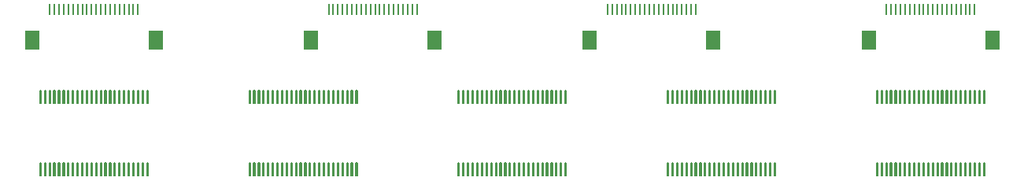
<source format=gbr>
G04 EAGLE Gerber RS-274X export*
G75*
%MOMM*%
%FSLAX34Y34*%
%LPD*%
%INSolderpaste Top*%
%IPPOS*%
%AMOC8*
5,1,8,0,0,1.08239X$1,22.5*%
G01*
%ADD10C,0.198000*%
%ADD11R,0.250000X1.250000*%
%ADD12R,1.650000X2.050000*%


D10*
X41990Y168010D02*
X43010Y168010D01*
X43010Y153990D01*
X41990Y153990D01*
X41990Y168010D01*
X41990Y155871D02*
X43010Y155871D01*
X43010Y157752D02*
X41990Y157752D01*
X41990Y159633D02*
X43010Y159633D01*
X43010Y161514D02*
X41990Y161514D01*
X41990Y163395D02*
X43010Y163395D01*
X43010Y165276D02*
X41990Y165276D01*
X41990Y167157D02*
X43010Y167157D01*
X43010Y246010D02*
X41990Y246010D01*
X43010Y246010D02*
X43010Y231990D01*
X41990Y231990D01*
X41990Y246010D01*
X41990Y233871D02*
X43010Y233871D01*
X43010Y235752D02*
X41990Y235752D01*
X41990Y237633D02*
X43010Y237633D01*
X43010Y239514D02*
X41990Y239514D01*
X41990Y241395D02*
X43010Y241395D01*
X43010Y243276D02*
X41990Y243276D01*
X41990Y245157D02*
X43010Y245157D01*
X46990Y168010D02*
X48010Y168010D01*
X48010Y153990D01*
X46990Y153990D01*
X46990Y168010D01*
X46990Y155871D02*
X48010Y155871D01*
X48010Y157752D02*
X46990Y157752D01*
X46990Y159633D02*
X48010Y159633D01*
X48010Y161514D02*
X46990Y161514D01*
X46990Y163395D02*
X48010Y163395D01*
X48010Y165276D02*
X46990Y165276D01*
X46990Y167157D02*
X48010Y167157D01*
X51990Y168010D02*
X53010Y168010D01*
X53010Y153990D01*
X51990Y153990D01*
X51990Y168010D01*
X51990Y155871D02*
X53010Y155871D01*
X53010Y157752D02*
X51990Y157752D01*
X51990Y159633D02*
X53010Y159633D01*
X53010Y161514D02*
X51990Y161514D01*
X51990Y163395D02*
X53010Y163395D01*
X53010Y165276D02*
X51990Y165276D01*
X51990Y167157D02*
X53010Y167157D01*
X56990Y168010D02*
X58010Y168010D01*
X58010Y153990D01*
X56990Y153990D01*
X56990Y168010D01*
X56990Y155871D02*
X58010Y155871D01*
X58010Y157752D02*
X56990Y157752D01*
X56990Y159633D02*
X58010Y159633D01*
X58010Y161514D02*
X56990Y161514D01*
X56990Y163395D02*
X58010Y163395D01*
X58010Y165276D02*
X56990Y165276D01*
X56990Y167157D02*
X58010Y167157D01*
X61990Y168010D02*
X63010Y168010D01*
X63010Y153990D01*
X61990Y153990D01*
X61990Y168010D01*
X61990Y155871D02*
X63010Y155871D01*
X63010Y157752D02*
X61990Y157752D01*
X61990Y159633D02*
X63010Y159633D01*
X63010Y161514D02*
X61990Y161514D01*
X61990Y163395D02*
X63010Y163395D01*
X63010Y165276D02*
X61990Y165276D01*
X61990Y167157D02*
X63010Y167157D01*
X66990Y168010D02*
X68010Y168010D01*
X68010Y153990D01*
X66990Y153990D01*
X66990Y168010D01*
X66990Y155871D02*
X68010Y155871D01*
X68010Y157752D02*
X66990Y157752D01*
X66990Y159633D02*
X68010Y159633D01*
X68010Y161514D02*
X66990Y161514D01*
X66990Y163395D02*
X68010Y163395D01*
X68010Y165276D02*
X66990Y165276D01*
X66990Y167157D02*
X68010Y167157D01*
X71990Y168010D02*
X73010Y168010D01*
X73010Y153990D01*
X71990Y153990D01*
X71990Y168010D01*
X71990Y155871D02*
X73010Y155871D01*
X73010Y157752D02*
X71990Y157752D01*
X71990Y159633D02*
X73010Y159633D01*
X73010Y161514D02*
X71990Y161514D01*
X71990Y163395D02*
X73010Y163395D01*
X73010Y165276D02*
X71990Y165276D01*
X71990Y167157D02*
X73010Y167157D01*
X76990Y168010D02*
X78010Y168010D01*
X78010Y153990D01*
X76990Y153990D01*
X76990Y168010D01*
X76990Y155871D02*
X78010Y155871D01*
X78010Y157752D02*
X76990Y157752D01*
X76990Y159633D02*
X78010Y159633D01*
X78010Y161514D02*
X76990Y161514D01*
X76990Y163395D02*
X78010Y163395D01*
X78010Y165276D02*
X76990Y165276D01*
X76990Y167157D02*
X78010Y167157D01*
X81990Y168010D02*
X83010Y168010D01*
X83010Y153990D01*
X81990Y153990D01*
X81990Y168010D01*
X81990Y155871D02*
X83010Y155871D01*
X83010Y157752D02*
X81990Y157752D01*
X81990Y159633D02*
X83010Y159633D01*
X83010Y161514D02*
X81990Y161514D01*
X81990Y163395D02*
X83010Y163395D01*
X83010Y165276D02*
X81990Y165276D01*
X81990Y167157D02*
X83010Y167157D01*
X86990Y168010D02*
X88010Y168010D01*
X88010Y153990D01*
X86990Y153990D01*
X86990Y168010D01*
X86990Y155871D02*
X88010Y155871D01*
X88010Y157752D02*
X86990Y157752D01*
X86990Y159633D02*
X88010Y159633D01*
X88010Y161514D02*
X86990Y161514D01*
X86990Y163395D02*
X88010Y163395D01*
X88010Y165276D02*
X86990Y165276D01*
X86990Y167157D02*
X88010Y167157D01*
X91990Y168010D02*
X93010Y168010D01*
X93010Y153990D01*
X91990Y153990D01*
X91990Y168010D01*
X91990Y155871D02*
X93010Y155871D01*
X93010Y157752D02*
X91990Y157752D01*
X91990Y159633D02*
X93010Y159633D01*
X93010Y161514D02*
X91990Y161514D01*
X91990Y163395D02*
X93010Y163395D01*
X93010Y165276D02*
X91990Y165276D01*
X91990Y167157D02*
X93010Y167157D01*
X96990Y168010D02*
X98010Y168010D01*
X98010Y153990D01*
X96990Y153990D01*
X96990Y168010D01*
X96990Y155871D02*
X98010Y155871D01*
X98010Y157752D02*
X96990Y157752D01*
X96990Y159633D02*
X98010Y159633D01*
X98010Y161514D02*
X96990Y161514D01*
X96990Y163395D02*
X98010Y163395D01*
X98010Y165276D02*
X96990Y165276D01*
X96990Y167157D02*
X98010Y167157D01*
X101990Y168010D02*
X103010Y168010D01*
X103010Y153990D01*
X101990Y153990D01*
X101990Y168010D01*
X101990Y155871D02*
X103010Y155871D01*
X103010Y157752D02*
X101990Y157752D01*
X101990Y159633D02*
X103010Y159633D01*
X103010Y161514D02*
X101990Y161514D01*
X101990Y163395D02*
X103010Y163395D01*
X103010Y165276D02*
X101990Y165276D01*
X101990Y167157D02*
X103010Y167157D01*
X106990Y168010D02*
X108010Y168010D01*
X108010Y153990D01*
X106990Y153990D01*
X106990Y168010D01*
X106990Y155871D02*
X108010Y155871D01*
X108010Y157752D02*
X106990Y157752D01*
X106990Y159633D02*
X108010Y159633D01*
X108010Y161514D02*
X106990Y161514D01*
X106990Y163395D02*
X108010Y163395D01*
X108010Y165276D02*
X106990Y165276D01*
X106990Y167157D02*
X108010Y167157D01*
X111990Y168010D02*
X113010Y168010D01*
X113010Y153990D01*
X111990Y153990D01*
X111990Y168010D01*
X111990Y155871D02*
X113010Y155871D01*
X113010Y157752D02*
X111990Y157752D01*
X111990Y159633D02*
X113010Y159633D01*
X113010Y161514D02*
X111990Y161514D01*
X111990Y163395D02*
X113010Y163395D01*
X113010Y165276D02*
X111990Y165276D01*
X111990Y167157D02*
X113010Y167157D01*
X116990Y168010D02*
X118010Y168010D01*
X118010Y153990D01*
X116990Y153990D01*
X116990Y168010D01*
X116990Y155871D02*
X118010Y155871D01*
X118010Y157752D02*
X116990Y157752D01*
X116990Y159633D02*
X118010Y159633D01*
X118010Y161514D02*
X116990Y161514D01*
X116990Y163395D02*
X118010Y163395D01*
X118010Y165276D02*
X116990Y165276D01*
X116990Y167157D02*
X118010Y167157D01*
X121990Y168010D02*
X123010Y168010D01*
X123010Y153990D01*
X121990Y153990D01*
X121990Y168010D01*
X121990Y155871D02*
X123010Y155871D01*
X123010Y157752D02*
X121990Y157752D01*
X121990Y159633D02*
X123010Y159633D01*
X123010Y161514D02*
X121990Y161514D01*
X121990Y163395D02*
X123010Y163395D01*
X123010Y165276D02*
X121990Y165276D01*
X121990Y167157D02*
X123010Y167157D01*
X126990Y168010D02*
X128010Y168010D01*
X128010Y153990D01*
X126990Y153990D01*
X126990Y168010D01*
X126990Y155871D02*
X128010Y155871D01*
X128010Y157752D02*
X126990Y157752D01*
X126990Y159633D02*
X128010Y159633D01*
X128010Y161514D02*
X126990Y161514D01*
X126990Y163395D02*
X128010Y163395D01*
X128010Y165276D02*
X126990Y165276D01*
X126990Y167157D02*
X128010Y167157D01*
X131990Y168010D02*
X133010Y168010D01*
X133010Y153990D01*
X131990Y153990D01*
X131990Y168010D01*
X131990Y155871D02*
X133010Y155871D01*
X133010Y157752D02*
X131990Y157752D01*
X131990Y159633D02*
X133010Y159633D01*
X133010Y161514D02*
X131990Y161514D01*
X131990Y163395D02*
X133010Y163395D01*
X133010Y165276D02*
X131990Y165276D01*
X131990Y167157D02*
X133010Y167157D01*
X136990Y168010D02*
X138010Y168010D01*
X138010Y153990D01*
X136990Y153990D01*
X136990Y168010D01*
X136990Y155871D02*
X138010Y155871D01*
X138010Y157752D02*
X136990Y157752D01*
X136990Y159633D02*
X138010Y159633D01*
X138010Y161514D02*
X136990Y161514D01*
X136990Y163395D02*
X138010Y163395D01*
X138010Y165276D02*
X136990Y165276D01*
X136990Y167157D02*
X138010Y167157D01*
X141990Y168010D02*
X143010Y168010D01*
X143010Y153990D01*
X141990Y153990D01*
X141990Y168010D01*
X141990Y155871D02*
X143010Y155871D01*
X143010Y157752D02*
X141990Y157752D01*
X141990Y159633D02*
X143010Y159633D01*
X143010Y161514D02*
X141990Y161514D01*
X141990Y163395D02*
X143010Y163395D01*
X143010Y165276D02*
X141990Y165276D01*
X141990Y167157D02*
X143010Y167157D01*
X146990Y168010D02*
X148010Y168010D01*
X148010Y153990D01*
X146990Y153990D01*
X146990Y168010D01*
X146990Y155871D02*
X148010Y155871D01*
X148010Y157752D02*
X146990Y157752D01*
X146990Y159633D02*
X148010Y159633D01*
X148010Y161514D02*
X146990Y161514D01*
X146990Y163395D02*
X148010Y163395D01*
X148010Y165276D02*
X146990Y165276D01*
X146990Y167157D02*
X148010Y167157D01*
X151990Y168010D02*
X153010Y168010D01*
X153010Y153990D01*
X151990Y153990D01*
X151990Y168010D01*
X151990Y155871D02*
X153010Y155871D01*
X153010Y157752D02*
X151990Y157752D01*
X151990Y159633D02*
X153010Y159633D01*
X153010Y161514D02*
X151990Y161514D01*
X151990Y163395D02*
X153010Y163395D01*
X153010Y165276D02*
X151990Y165276D01*
X151990Y167157D02*
X153010Y167157D01*
X156990Y168010D02*
X158010Y168010D01*
X158010Y153990D01*
X156990Y153990D01*
X156990Y168010D01*
X156990Y155871D02*
X158010Y155871D01*
X158010Y157752D02*
X156990Y157752D01*
X156990Y159633D02*
X158010Y159633D01*
X158010Y161514D02*
X156990Y161514D01*
X156990Y163395D02*
X158010Y163395D01*
X158010Y165276D02*
X156990Y165276D01*
X156990Y167157D02*
X158010Y167157D01*
X48010Y246010D02*
X46990Y246010D01*
X48010Y246010D02*
X48010Y231990D01*
X46990Y231990D01*
X46990Y246010D01*
X46990Y233871D02*
X48010Y233871D01*
X48010Y235752D02*
X46990Y235752D01*
X46990Y237633D02*
X48010Y237633D01*
X48010Y239514D02*
X46990Y239514D01*
X46990Y241395D02*
X48010Y241395D01*
X48010Y243276D02*
X46990Y243276D01*
X46990Y245157D02*
X48010Y245157D01*
X51990Y246010D02*
X53010Y246010D01*
X53010Y231990D01*
X51990Y231990D01*
X51990Y246010D01*
X51990Y233871D02*
X53010Y233871D01*
X53010Y235752D02*
X51990Y235752D01*
X51990Y237633D02*
X53010Y237633D01*
X53010Y239514D02*
X51990Y239514D01*
X51990Y241395D02*
X53010Y241395D01*
X53010Y243276D02*
X51990Y243276D01*
X51990Y245157D02*
X53010Y245157D01*
X56990Y246010D02*
X58010Y246010D01*
X58010Y231990D01*
X56990Y231990D01*
X56990Y246010D01*
X56990Y233871D02*
X58010Y233871D01*
X58010Y235752D02*
X56990Y235752D01*
X56990Y237633D02*
X58010Y237633D01*
X58010Y239514D02*
X56990Y239514D01*
X56990Y241395D02*
X58010Y241395D01*
X58010Y243276D02*
X56990Y243276D01*
X56990Y245157D02*
X58010Y245157D01*
X61990Y246010D02*
X63010Y246010D01*
X63010Y231990D01*
X61990Y231990D01*
X61990Y246010D01*
X61990Y233871D02*
X63010Y233871D01*
X63010Y235752D02*
X61990Y235752D01*
X61990Y237633D02*
X63010Y237633D01*
X63010Y239514D02*
X61990Y239514D01*
X61990Y241395D02*
X63010Y241395D01*
X63010Y243276D02*
X61990Y243276D01*
X61990Y245157D02*
X63010Y245157D01*
X66990Y246010D02*
X68010Y246010D01*
X68010Y231990D01*
X66990Y231990D01*
X66990Y246010D01*
X66990Y233871D02*
X68010Y233871D01*
X68010Y235752D02*
X66990Y235752D01*
X66990Y237633D02*
X68010Y237633D01*
X68010Y239514D02*
X66990Y239514D01*
X66990Y241395D02*
X68010Y241395D01*
X68010Y243276D02*
X66990Y243276D01*
X66990Y245157D02*
X68010Y245157D01*
X71990Y246010D02*
X73010Y246010D01*
X73010Y231990D01*
X71990Y231990D01*
X71990Y246010D01*
X71990Y233871D02*
X73010Y233871D01*
X73010Y235752D02*
X71990Y235752D01*
X71990Y237633D02*
X73010Y237633D01*
X73010Y239514D02*
X71990Y239514D01*
X71990Y241395D02*
X73010Y241395D01*
X73010Y243276D02*
X71990Y243276D01*
X71990Y245157D02*
X73010Y245157D01*
X76990Y246010D02*
X78010Y246010D01*
X78010Y231990D01*
X76990Y231990D01*
X76990Y246010D01*
X76990Y233871D02*
X78010Y233871D01*
X78010Y235752D02*
X76990Y235752D01*
X76990Y237633D02*
X78010Y237633D01*
X78010Y239514D02*
X76990Y239514D01*
X76990Y241395D02*
X78010Y241395D01*
X78010Y243276D02*
X76990Y243276D01*
X76990Y245157D02*
X78010Y245157D01*
X81990Y246010D02*
X83010Y246010D01*
X83010Y231990D01*
X81990Y231990D01*
X81990Y246010D01*
X81990Y233871D02*
X83010Y233871D01*
X83010Y235752D02*
X81990Y235752D01*
X81990Y237633D02*
X83010Y237633D01*
X83010Y239514D02*
X81990Y239514D01*
X81990Y241395D02*
X83010Y241395D01*
X83010Y243276D02*
X81990Y243276D01*
X81990Y245157D02*
X83010Y245157D01*
X86990Y246010D02*
X88010Y246010D01*
X88010Y231990D01*
X86990Y231990D01*
X86990Y246010D01*
X86990Y233871D02*
X88010Y233871D01*
X88010Y235752D02*
X86990Y235752D01*
X86990Y237633D02*
X88010Y237633D01*
X88010Y239514D02*
X86990Y239514D01*
X86990Y241395D02*
X88010Y241395D01*
X88010Y243276D02*
X86990Y243276D01*
X86990Y245157D02*
X88010Y245157D01*
X91990Y246010D02*
X93010Y246010D01*
X93010Y231990D01*
X91990Y231990D01*
X91990Y246010D01*
X91990Y233871D02*
X93010Y233871D01*
X93010Y235752D02*
X91990Y235752D01*
X91990Y237633D02*
X93010Y237633D01*
X93010Y239514D02*
X91990Y239514D01*
X91990Y241395D02*
X93010Y241395D01*
X93010Y243276D02*
X91990Y243276D01*
X91990Y245157D02*
X93010Y245157D01*
X96990Y246010D02*
X98010Y246010D01*
X98010Y231990D01*
X96990Y231990D01*
X96990Y246010D01*
X96990Y233871D02*
X98010Y233871D01*
X98010Y235752D02*
X96990Y235752D01*
X96990Y237633D02*
X98010Y237633D01*
X98010Y239514D02*
X96990Y239514D01*
X96990Y241395D02*
X98010Y241395D01*
X98010Y243276D02*
X96990Y243276D01*
X96990Y245157D02*
X98010Y245157D01*
X101990Y246010D02*
X103010Y246010D01*
X103010Y231990D01*
X101990Y231990D01*
X101990Y246010D01*
X101990Y233871D02*
X103010Y233871D01*
X103010Y235752D02*
X101990Y235752D01*
X101990Y237633D02*
X103010Y237633D01*
X103010Y239514D02*
X101990Y239514D01*
X101990Y241395D02*
X103010Y241395D01*
X103010Y243276D02*
X101990Y243276D01*
X101990Y245157D02*
X103010Y245157D01*
X106990Y246010D02*
X108010Y246010D01*
X108010Y231990D01*
X106990Y231990D01*
X106990Y246010D01*
X106990Y233871D02*
X108010Y233871D01*
X108010Y235752D02*
X106990Y235752D01*
X106990Y237633D02*
X108010Y237633D01*
X108010Y239514D02*
X106990Y239514D01*
X106990Y241395D02*
X108010Y241395D01*
X108010Y243276D02*
X106990Y243276D01*
X106990Y245157D02*
X108010Y245157D01*
X111990Y246010D02*
X113010Y246010D01*
X113010Y231990D01*
X111990Y231990D01*
X111990Y246010D01*
X111990Y233871D02*
X113010Y233871D01*
X113010Y235752D02*
X111990Y235752D01*
X111990Y237633D02*
X113010Y237633D01*
X113010Y239514D02*
X111990Y239514D01*
X111990Y241395D02*
X113010Y241395D01*
X113010Y243276D02*
X111990Y243276D01*
X111990Y245157D02*
X113010Y245157D01*
X116990Y246010D02*
X118010Y246010D01*
X118010Y231990D01*
X116990Y231990D01*
X116990Y246010D01*
X116990Y233871D02*
X118010Y233871D01*
X118010Y235752D02*
X116990Y235752D01*
X116990Y237633D02*
X118010Y237633D01*
X118010Y239514D02*
X116990Y239514D01*
X116990Y241395D02*
X118010Y241395D01*
X118010Y243276D02*
X116990Y243276D01*
X116990Y245157D02*
X118010Y245157D01*
X121990Y246010D02*
X123010Y246010D01*
X123010Y231990D01*
X121990Y231990D01*
X121990Y246010D01*
X121990Y233871D02*
X123010Y233871D01*
X123010Y235752D02*
X121990Y235752D01*
X121990Y237633D02*
X123010Y237633D01*
X123010Y239514D02*
X121990Y239514D01*
X121990Y241395D02*
X123010Y241395D01*
X123010Y243276D02*
X121990Y243276D01*
X121990Y245157D02*
X123010Y245157D01*
X126990Y246010D02*
X128010Y246010D01*
X128010Y231990D01*
X126990Y231990D01*
X126990Y246010D01*
X126990Y233871D02*
X128010Y233871D01*
X128010Y235752D02*
X126990Y235752D01*
X126990Y237633D02*
X128010Y237633D01*
X128010Y239514D02*
X126990Y239514D01*
X126990Y241395D02*
X128010Y241395D01*
X128010Y243276D02*
X126990Y243276D01*
X126990Y245157D02*
X128010Y245157D01*
X131990Y246010D02*
X133010Y246010D01*
X133010Y231990D01*
X131990Y231990D01*
X131990Y246010D01*
X131990Y233871D02*
X133010Y233871D01*
X133010Y235752D02*
X131990Y235752D01*
X131990Y237633D02*
X133010Y237633D01*
X133010Y239514D02*
X131990Y239514D01*
X131990Y241395D02*
X133010Y241395D01*
X133010Y243276D02*
X131990Y243276D01*
X131990Y245157D02*
X133010Y245157D01*
X136990Y246010D02*
X138010Y246010D01*
X138010Y231990D01*
X136990Y231990D01*
X136990Y246010D01*
X136990Y233871D02*
X138010Y233871D01*
X138010Y235752D02*
X136990Y235752D01*
X136990Y237633D02*
X138010Y237633D01*
X138010Y239514D02*
X136990Y239514D01*
X136990Y241395D02*
X138010Y241395D01*
X138010Y243276D02*
X136990Y243276D01*
X136990Y245157D02*
X138010Y245157D01*
X141990Y246010D02*
X143010Y246010D01*
X143010Y231990D01*
X141990Y231990D01*
X141990Y246010D01*
X141990Y233871D02*
X143010Y233871D01*
X143010Y235752D02*
X141990Y235752D01*
X141990Y237633D02*
X143010Y237633D01*
X143010Y239514D02*
X141990Y239514D01*
X141990Y241395D02*
X143010Y241395D01*
X143010Y243276D02*
X141990Y243276D01*
X141990Y245157D02*
X143010Y245157D01*
X146990Y246010D02*
X148010Y246010D01*
X148010Y231990D01*
X146990Y231990D01*
X146990Y246010D01*
X146990Y233871D02*
X148010Y233871D01*
X148010Y235752D02*
X146990Y235752D01*
X146990Y237633D02*
X148010Y237633D01*
X148010Y239514D02*
X146990Y239514D01*
X146990Y241395D02*
X148010Y241395D01*
X148010Y243276D02*
X146990Y243276D01*
X146990Y245157D02*
X148010Y245157D01*
X151990Y246010D02*
X153010Y246010D01*
X153010Y231990D01*
X151990Y231990D01*
X151990Y246010D01*
X151990Y233871D02*
X153010Y233871D01*
X153010Y235752D02*
X151990Y235752D01*
X151990Y237633D02*
X153010Y237633D01*
X153010Y239514D02*
X151990Y239514D01*
X151990Y241395D02*
X153010Y241395D01*
X153010Y243276D02*
X151990Y243276D01*
X151990Y245157D02*
X153010Y245157D01*
X156990Y246010D02*
X158010Y246010D01*
X158010Y231990D01*
X156990Y231990D01*
X156990Y246010D01*
X156990Y233871D02*
X158010Y233871D01*
X158010Y235752D02*
X156990Y235752D01*
X156990Y237633D02*
X158010Y237633D01*
X158010Y239514D02*
X156990Y239514D01*
X156990Y241395D02*
X158010Y241395D01*
X158010Y243276D02*
X156990Y243276D01*
X156990Y245157D02*
X158010Y245157D01*
X266990Y168010D02*
X268010Y168010D01*
X268010Y153990D01*
X266990Y153990D01*
X266990Y168010D01*
X266990Y155871D02*
X268010Y155871D01*
X268010Y157752D02*
X266990Y157752D01*
X266990Y159633D02*
X268010Y159633D01*
X268010Y161514D02*
X266990Y161514D01*
X266990Y163395D02*
X268010Y163395D01*
X268010Y165276D02*
X266990Y165276D01*
X266990Y167157D02*
X268010Y167157D01*
X268010Y246010D02*
X266990Y246010D01*
X268010Y246010D02*
X268010Y231990D01*
X266990Y231990D01*
X266990Y246010D01*
X266990Y233871D02*
X268010Y233871D01*
X268010Y235752D02*
X266990Y235752D01*
X266990Y237633D02*
X268010Y237633D01*
X268010Y239514D02*
X266990Y239514D01*
X266990Y241395D02*
X268010Y241395D01*
X268010Y243276D02*
X266990Y243276D01*
X266990Y245157D02*
X268010Y245157D01*
X271990Y168010D02*
X273010Y168010D01*
X273010Y153990D01*
X271990Y153990D01*
X271990Y168010D01*
X271990Y155871D02*
X273010Y155871D01*
X273010Y157752D02*
X271990Y157752D01*
X271990Y159633D02*
X273010Y159633D01*
X273010Y161514D02*
X271990Y161514D01*
X271990Y163395D02*
X273010Y163395D01*
X273010Y165276D02*
X271990Y165276D01*
X271990Y167157D02*
X273010Y167157D01*
X276990Y168010D02*
X278010Y168010D01*
X278010Y153990D01*
X276990Y153990D01*
X276990Y168010D01*
X276990Y155871D02*
X278010Y155871D01*
X278010Y157752D02*
X276990Y157752D01*
X276990Y159633D02*
X278010Y159633D01*
X278010Y161514D02*
X276990Y161514D01*
X276990Y163395D02*
X278010Y163395D01*
X278010Y165276D02*
X276990Y165276D01*
X276990Y167157D02*
X278010Y167157D01*
X281990Y168010D02*
X283010Y168010D01*
X283010Y153990D01*
X281990Y153990D01*
X281990Y168010D01*
X281990Y155871D02*
X283010Y155871D01*
X283010Y157752D02*
X281990Y157752D01*
X281990Y159633D02*
X283010Y159633D01*
X283010Y161514D02*
X281990Y161514D01*
X281990Y163395D02*
X283010Y163395D01*
X283010Y165276D02*
X281990Y165276D01*
X281990Y167157D02*
X283010Y167157D01*
X286990Y168010D02*
X288010Y168010D01*
X288010Y153990D01*
X286990Y153990D01*
X286990Y168010D01*
X286990Y155871D02*
X288010Y155871D01*
X288010Y157752D02*
X286990Y157752D01*
X286990Y159633D02*
X288010Y159633D01*
X288010Y161514D02*
X286990Y161514D01*
X286990Y163395D02*
X288010Y163395D01*
X288010Y165276D02*
X286990Y165276D01*
X286990Y167157D02*
X288010Y167157D01*
X291990Y168010D02*
X293010Y168010D01*
X293010Y153990D01*
X291990Y153990D01*
X291990Y168010D01*
X291990Y155871D02*
X293010Y155871D01*
X293010Y157752D02*
X291990Y157752D01*
X291990Y159633D02*
X293010Y159633D01*
X293010Y161514D02*
X291990Y161514D01*
X291990Y163395D02*
X293010Y163395D01*
X293010Y165276D02*
X291990Y165276D01*
X291990Y167157D02*
X293010Y167157D01*
X296990Y168010D02*
X298010Y168010D01*
X298010Y153990D01*
X296990Y153990D01*
X296990Y168010D01*
X296990Y155871D02*
X298010Y155871D01*
X298010Y157752D02*
X296990Y157752D01*
X296990Y159633D02*
X298010Y159633D01*
X298010Y161514D02*
X296990Y161514D01*
X296990Y163395D02*
X298010Y163395D01*
X298010Y165276D02*
X296990Y165276D01*
X296990Y167157D02*
X298010Y167157D01*
X301990Y168010D02*
X303010Y168010D01*
X303010Y153990D01*
X301990Y153990D01*
X301990Y168010D01*
X301990Y155871D02*
X303010Y155871D01*
X303010Y157752D02*
X301990Y157752D01*
X301990Y159633D02*
X303010Y159633D01*
X303010Y161514D02*
X301990Y161514D01*
X301990Y163395D02*
X303010Y163395D01*
X303010Y165276D02*
X301990Y165276D01*
X301990Y167157D02*
X303010Y167157D01*
X306990Y168010D02*
X308010Y168010D01*
X308010Y153990D01*
X306990Y153990D01*
X306990Y168010D01*
X306990Y155871D02*
X308010Y155871D01*
X308010Y157752D02*
X306990Y157752D01*
X306990Y159633D02*
X308010Y159633D01*
X308010Y161514D02*
X306990Y161514D01*
X306990Y163395D02*
X308010Y163395D01*
X308010Y165276D02*
X306990Y165276D01*
X306990Y167157D02*
X308010Y167157D01*
X311990Y168010D02*
X313010Y168010D01*
X313010Y153990D01*
X311990Y153990D01*
X311990Y168010D01*
X311990Y155871D02*
X313010Y155871D01*
X313010Y157752D02*
X311990Y157752D01*
X311990Y159633D02*
X313010Y159633D01*
X313010Y161514D02*
X311990Y161514D01*
X311990Y163395D02*
X313010Y163395D01*
X313010Y165276D02*
X311990Y165276D01*
X311990Y167157D02*
X313010Y167157D01*
X316990Y168010D02*
X318010Y168010D01*
X318010Y153990D01*
X316990Y153990D01*
X316990Y168010D01*
X316990Y155871D02*
X318010Y155871D01*
X318010Y157752D02*
X316990Y157752D01*
X316990Y159633D02*
X318010Y159633D01*
X318010Y161514D02*
X316990Y161514D01*
X316990Y163395D02*
X318010Y163395D01*
X318010Y165276D02*
X316990Y165276D01*
X316990Y167157D02*
X318010Y167157D01*
X321990Y168010D02*
X323010Y168010D01*
X323010Y153990D01*
X321990Y153990D01*
X321990Y168010D01*
X321990Y155871D02*
X323010Y155871D01*
X323010Y157752D02*
X321990Y157752D01*
X321990Y159633D02*
X323010Y159633D01*
X323010Y161514D02*
X321990Y161514D01*
X321990Y163395D02*
X323010Y163395D01*
X323010Y165276D02*
X321990Y165276D01*
X321990Y167157D02*
X323010Y167157D01*
X326990Y168010D02*
X328010Y168010D01*
X328010Y153990D01*
X326990Y153990D01*
X326990Y168010D01*
X326990Y155871D02*
X328010Y155871D01*
X328010Y157752D02*
X326990Y157752D01*
X326990Y159633D02*
X328010Y159633D01*
X328010Y161514D02*
X326990Y161514D01*
X326990Y163395D02*
X328010Y163395D01*
X328010Y165276D02*
X326990Y165276D01*
X326990Y167157D02*
X328010Y167157D01*
X331990Y168010D02*
X333010Y168010D01*
X333010Y153990D01*
X331990Y153990D01*
X331990Y168010D01*
X331990Y155871D02*
X333010Y155871D01*
X333010Y157752D02*
X331990Y157752D01*
X331990Y159633D02*
X333010Y159633D01*
X333010Y161514D02*
X331990Y161514D01*
X331990Y163395D02*
X333010Y163395D01*
X333010Y165276D02*
X331990Y165276D01*
X331990Y167157D02*
X333010Y167157D01*
X336990Y168010D02*
X338010Y168010D01*
X338010Y153990D01*
X336990Y153990D01*
X336990Y168010D01*
X336990Y155871D02*
X338010Y155871D01*
X338010Y157752D02*
X336990Y157752D01*
X336990Y159633D02*
X338010Y159633D01*
X338010Y161514D02*
X336990Y161514D01*
X336990Y163395D02*
X338010Y163395D01*
X338010Y165276D02*
X336990Y165276D01*
X336990Y167157D02*
X338010Y167157D01*
X341990Y168010D02*
X343010Y168010D01*
X343010Y153990D01*
X341990Y153990D01*
X341990Y168010D01*
X341990Y155871D02*
X343010Y155871D01*
X343010Y157752D02*
X341990Y157752D01*
X341990Y159633D02*
X343010Y159633D01*
X343010Y161514D02*
X341990Y161514D01*
X341990Y163395D02*
X343010Y163395D01*
X343010Y165276D02*
X341990Y165276D01*
X341990Y167157D02*
X343010Y167157D01*
X346990Y168010D02*
X348010Y168010D01*
X348010Y153990D01*
X346990Y153990D01*
X346990Y168010D01*
X346990Y155871D02*
X348010Y155871D01*
X348010Y157752D02*
X346990Y157752D01*
X346990Y159633D02*
X348010Y159633D01*
X348010Y161514D02*
X346990Y161514D01*
X346990Y163395D02*
X348010Y163395D01*
X348010Y165276D02*
X346990Y165276D01*
X346990Y167157D02*
X348010Y167157D01*
X351990Y168010D02*
X353010Y168010D01*
X353010Y153990D01*
X351990Y153990D01*
X351990Y168010D01*
X351990Y155871D02*
X353010Y155871D01*
X353010Y157752D02*
X351990Y157752D01*
X351990Y159633D02*
X353010Y159633D01*
X353010Y161514D02*
X351990Y161514D01*
X351990Y163395D02*
X353010Y163395D01*
X353010Y165276D02*
X351990Y165276D01*
X351990Y167157D02*
X353010Y167157D01*
X356990Y168010D02*
X358010Y168010D01*
X358010Y153990D01*
X356990Y153990D01*
X356990Y168010D01*
X356990Y155871D02*
X358010Y155871D01*
X358010Y157752D02*
X356990Y157752D01*
X356990Y159633D02*
X358010Y159633D01*
X358010Y161514D02*
X356990Y161514D01*
X356990Y163395D02*
X358010Y163395D01*
X358010Y165276D02*
X356990Y165276D01*
X356990Y167157D02*
X358010Y167157D01*
X361990Y168010D02*
X363010Y168010D01*
X363010Y153990D01*
X361990Y153990D01*
X361990Y168010D01*
X361990Y155871D02*
X363010Y155871D01*
X363010Y157752D02*
X361990Y157752D01*
X361990Y159633D02*
X363010Y159633D01*
X363010Y161514D02*
X361990Y161514D01*
X361990Y163395D02*
X363010Y163395D01*
X363010Y165276D02*
X361990Y165276D01*
X361990Y167157D02*
X363010Y167157D01*
X366990Y168010D02*
X368010Y168010D01*
X368010Y153990D01*
X366990Y153990D01*
X366990Y168010D01*
X366990Y155871D02*
X368010Y155871D01*
X368010Y157752D02*
X366990Y157752D01*
X366990Y159633D02*
X368010Y159633D01*
X368010Y161514D02*
X366990Y161514D01*
X366990Y163395D02*
X368010Y163395D01*
X368010Y165276D02*
X366990Y165276D01*
X366990Y167157D02*
X368010Y167157D01*
X371990Y168010D02*
X373010Y168010D01*
X373010Y153990D01*
X371990Y153990D01*
X371990Y168010D01*
X371990Y155871D02*
X373010Y155871D01*
X373010Y157752D02*
X371990Y157752D01*
X371990Y159633D02*
X373010Y159633D01*
X373010Y161514D02*
X371990Y161514D01*
X371990Y163395D02*
X373010Y163395D01*
X373010Y165276D02*
X371990Y165276D01*
X371990Y167157D02*
X373010Y167157D01*
X376990Y168010D02*
X378010Y168010D01*
X378010Y153990D01*
X376990Y153990D01*
X376990Y168010D01*
X376990Y155871D02*
X378010Y155871D01*
X378010Y157752D02*
X376990Y157752D01*
X376990Y159633D02*
X378010Y159633D01*
X378010Y161514D02*
X376990Y161514D01*
X376990Y163395D02*
X378010Y163395D01*
X378010Y165276D02*
X376990Y165276D01*
X376990Y167157D02*
X378010Y167157D01*
X381990Y168010D02*
X383010Y168010D01*
X383010Y153990D01*
X381990Y153990D01*
X381990Y168010D01*
X381990Y155871D02*
X383010Y155871D01*
X383010Y157752D02*
X381990Y157752D01*
X381990Y159633D02*
X383010Y159633D01*
X383010Y161514D02*
X381990Y161514D01*
X381990Y163395D02*
X383010Y163395D01*
X383010Y165276D02*
X381990Y165276D01*
X381990Y167157D02*
X383010Y167157D01*
X273010Y246010D02*
X271990Y246010D01*
X273010Y246010D02*
X273010Y231990D01*
X271990Y231990D01*
X271990Y246010D01*
X271990Y233871D02*
X273010Y233871D01*
X273010Y235752D02*
X271990Y235752D01*
X271990Y237633D02*
X273010Y237633D01*
X273010Y239514D02*
X271990Y239514D01*
X271990Y241395D02*
X273010Y241395D01*
X273010Y243276D02*
X271990Y243276D01*
X271990Y245157D02*
X273010Y245157D01*
X276990Y246010D02*
X278010Y246010D01*
X278010Y231990D01*
X276990Y231990D01*
X276990Y246010D01*
X276990Y233871D02*
X278010Y233871D01*
X278010Y235752D02*
X276990Y235752D01*
X276990Y237633D02*
X278010Y237633D01*
X278010Y239514D02*
X276990Y239514D01*
X276990Y241395D02*
X278010Y241395D01*
X278010Y243276D02*
X276990Y243276D01*
X276990Y245157D02*
X278010Y245157D01*
X281990Y246010D02*
X283010Y246010D01*
X283010Y231990D01*
X281990Y231990D01*
X281990Y246010D01*
X281990Y233871D02*
X283010Y233871D01*
X283010Y235752D02*
X281990Y235752D01*
X281990Y237633D02*
X283010Y237633D01*
X283010Y239514D02*
X281990Y239514D01*
X281990Y241395D02*
X283010Y241395D01*
X283010Y243276D02*
X281990Y243276D01*
X281990Y245157D02*
X283010Y245157D01*
X286990Y246010D02*
X288010Y246010D01*
X288010Y231990D01*
X286990Y231990D01*
X286990Y246010D01*
X286990Y233871D02*
X288010Y233871D01*
X288010Y235752D02*
X286990Y235752D01*
X286990Y237633D02*
X288010Y237633D01*
X288010Y239514D02*
X286990Y239514D01*
X286990Y241395D02*
X288010Y241395D01*
X288010Y243276D02*
X286990Y243276D01*
X286990Y245157D02*
X288010Y245157D01*
X291990Y246010D02*
X293010Y246010D01*
X293010Y231990D01*
X291990Y231990D01*
X291990Y246010D01*
X291990Y233871D02*
X293010Y233871D01*
X293010Y235752D02*
X291990Y235752D01*
X291990Y237633D02*
X293010Y237633D01*
X293010Y239514D02*
X291990Y239514D01*
X291990Y241395D02*
X293010Y241395D01*
X293010Y243276D02*
X291990Y243276D01*
X291990Y245157D02*
X293010Y245157D01*
X296990Y246010D02*
X298010Y246010D01*
X298010Y231990D01*
X296990Y231990D01*
X296990Y246010D01*
X296990Y233871D02*
X298010Y233871D01*
X298010Y235752D02*
X296990Y235752D01*
X296990Y237633D02*
X298010Y237633D01*
X298010Y239514D02*
X296990Y239514D01*
X296990Y241395D02*
X298010Y241395D01*
X298010Y243276D02*
X296990Y243276D01*
X296990Y245157D02*
X298010Y245157D01*
X301990Y246010D02*
X303010Y246010D01*
X303010Y231990D01*
X301990Y231990D01*
X301990Y246010D01*
X301990Y233871D02*
X303010Y233871D01*
X303010Y235752D02*
X301990Y235752D01*
X301990Y237633D02*
X303010Y237633D01*
X303010Y239514D02*
X301990Y239514D01*
X301990Y241395D02*
X303010Y241395D01*
X303010Y243276D02*
X301990Y243276D01*
X301990Y245157D02*
X303010Y245157D01*
X306990Y246010D02*
X308010Y246010D01*
X308010Y231990D01*
X306990Y231990D01*
X306990Y246010D01*
X306990Y233871D02*
X308010Y233871D01*
X308010Y235752D02*
X306990Y235752D01*
X306990Y237633D02*
X308010Y237633D01*
X308010Y239514D02*
X306990Y239514D01*
X306990Y241395D02*
X308010Y241395D01*
X308010Y243276D02*
X306990Y243276D01*
X306990Y245157D02*
X308010Y245157D01*
X311990Y246010D02*
X313010Y246010D01*
X313010Y231990D01*
X311990Y231990D01*
X311990Y246010D01*
X311990Y233871D02*
X313010Y233871D01*
X313010Y235752D02*
X311990Y235752D01*
X311990Y237633D02*
X313010Y237633D01*
X313010Y239514D02*
X311990Y239514D01*
X311990Y241395D02*
X313010Y241395D01*
X313010Y243276D02*
X311990Y243276D01*
X311990Y245157D02*
X313010Y245157D01*
X316990Y246010D02*
X318010Y246010D01*
X318010Y231990D01*
X316990Y231990D01*
X316990Y246010D01*
X316990Y233871D02*
X318010Y233871D01*
X318010Y235752D02*
X316990Y235752D01*
X316990Y237633D02*
X318010Y237633D01*
X318010Y239514D02*
X316990Y239514D01*
X316990Y241395D02*
X318010Y241395D01*
X318010Y243276D02*
X316990Y243276D01*
X316990Y245157D02*
X318010Y245157D01*
X321990Y246010D02*
X323010Y246010D01*
X323010Y231990D01*
X321990Y231990D01*
X321990Y246010D01*
X321990Y233871D02*
X323010Y233871D01*
X323010Y235752D02*
X321990Y235752D01*
X321990Y237633D02*
X323010Y237633D01*
X323010Y239514D02*
X321990Y239514D01*
X321990Y241395D02*
X323010Y241395D01*
X323010Y243276D02*
X321990Y243276D01*
X321990Y245157D02*
X323010Y245157D01*
X326990Y246010D02*
X328010Y246010D01*
X328010Y231990D01*
X326990Y231990D01*
X326990Y246010D01*
X326990Y233871D02*
X328010Y233871D01*
X328010Y235752D02*
X326990Y235752D01*
X326990Y237633D02*
X328010Y237633D01*
X328010Y239514D02*
X326990Y239514D01*
X326990Y241395D02*
X328010Y241395D01*
X328010Y243276D02*
X326990Y243276D01*
X326990Y245157D02*
X328010Y245157D01*
X331990Y246010D02*
X333010Y246010D01*
X333010Y231990D01*
X331990Y231990D01*
X331990Y246010D01*
X331990Y233871D02*
X333010Y233871D01*
X333010Y235752D02*
X331990Y235752D01*
X331990Y237633D02*
X333010Y237633D01*
X333010Y239514D02*
X331990Y239514D01*
X331990Y241395D02*
X333010Y241395D01*
X333010Y243276D02*
X331990Y243276D01*
X331990Y245157D02*
X333010Y245157D01*
X336990Y246010D02*
X338010Y246010D01*
X338010Y231990D01*
X336990Y231990D01*
X336990Y246010D01*
X336990Y233871D02*
X338010Y233871D01*
X338010Y235752D02*
X336990Y235752D01*
X336990Y237633D02*
X338010Y237633D01*
X338010Y239514D02*
X336990Y239514D01*
X336990Y241395D02*
X338010Y241395D01*
X338010Y243276D02*
X336990Y243276D01*
X336990Y245157D02*
X338010Y245157D01*
X341990Y246010D02*
X343010Y246010D01*
X343010Y231990D01*
X341990Y231990D01*
X341990Y246010D01*
X341990Y233871D02*
X343010Y233871D01*
X343010Y235752D02*
X341990Y235752D01*
X341990Y237633D02*
X343010Y237633D01*
X343010Y239514D02*
X341990Y239514D01*
X341990Y241395D02*
X343010Y241395D01*
X343010Y243276D02*
X341990Y243276D01*
X341990Y245157D02*
X343010Y245157D01*
X346990Y246010D02*
X348010Y246010D01*
X348010Y231990D01*
X346990Y231990D01*
X346990Y246010D01*
X346990Y233871D02*
X348010Y233871D01*
X348010Y235752D02*
X346990Y235752D01*
X346990Y237633D02*
X348010Y237633D01*
X348010Y239514D02*
X346990Y239514D01*
X346990Y241395D02*
X348010Y241395D01*
X348010Y243276D02*
X346990Y243276D01*
X346990Y245157D02*
X348010Y245157D01*
X351990Y246010D02*
X353010Y246010D01*
X353010Y231990D01*
X351990Y231990D01*
X351990Y246010D01*
X351990Y233871D02*
X353010Y233871D01*
X353010Y235752D02*
X351990Y235752D01*
X351990Y237633D02*
X353010Y237633D01*
X353010Y239514D02*
X351990Y239514D01*
X351990Y241395D02*
X353010Y241395D01*
X353010Y243276D02*
X351990Y243276D01*
X351990Y245157D02*
X353010Y245157D01*
X356990Y246010D02*
X358010Y246010D01*
X358010Y231990D01*
X356990Y231990D01*
X356990Y246010D01*
X356990Y233871D02*
X358010Y233871D01*
X358010Y235752D02*
X356990Y235752D01*
X356990Y237633D02*
X358010Y237633D01*
X358010Y239514D02*
X356990Y239514D01*
X356990Y241395D02*
X358010Y241395D01*
X358010Y243276D02*
X356990Y243276D01*
X356990Y245157D02*
X358010Y245157D01*
X361990Y246010D02*
X363010Y246010D01*
X363010Y231990D01*
X361990Y231990D01*
X361990Y246010D01*
X361990Y233871D02*
X363010Y233871D01*
X363010Y235752D02*
X361990Y235752D01*
X361990Y237633D02*
X363010Y237633D01*
X363010Y239514D02*
X361990Y239514D01*
X361990Y241395D02*
X363010Y241395D01*
X363010Y243276D02*
X361990Y243276D01*
X361990Y245157D02*
X363010Y245157D01*
X366990Y246010D02*
X368010Y246010D01*
X368010Y231990D01*
X366990Y231990D01*
X366990Y246010D01*
X366990Y233871D02*
X368010Y233871D01*
X368010Y235752D02*
X366990Y235752D01*
X366990Y237633D02*
X368010Y237633D01*
X368010Y239514D02*
X366990Y239514D01*
X366990Y241395D02*
X368010Y241395D01*
X368010Y243276D02*
X366990Y243276D01*
X366990Y245157D02*
X368010Y245157D01*
X371990Y246010D02*
X373010Y246010D01*
X373010Y231990D01*
X371990Y231990D01*
X371990Y246010D01*
X371990Y233871D02*
X373010Y233871D01*
X373010Y235752D02*
X371990Y235752D01*
X371990Y237633D02*
X373010Y237633D01*
X373010Y239514D02*
X371990Y239514D01*
X371990Y241395D02*
X373010Y241395D01*
X373010Y243276D02*
X371990Y243276D01*
X371990Y245157D02*
X373010Y245157D01*
X376990Y246010D02*
X378010Y246010D01*
X378010Y231990D01*
X376990Y231990D01*
X376990Y246010D01*
X376990Y233871D02*
X378010Y233871D01*
X378010Y235752D02*
X376990Y235752D01*
X376990Y237633D02*
X378010Y237633D01*
X378010Y239514D02*
X376990Y239514D01*
X376990Y241395D02*
X378010Y241395D01*
X378010Y243276D02*
X376990Y243276D01*
X376990Y245157D02*
X378010Y245157D01*
X381990Y246010D02*
X383010Y246010D01*
X383010Y231990D01*
X381990Y231990D01*
X381990Y246010D01*
X381990Y233871D02*
X383010Y233871D01*
X383010Y235752D02*
X381990Y235752D01*
X381990Y237633D02*
X383010Y237633D01*
X383010Y239514D02*
X381990Y239514D01*
X381990Y241395D02*
X383010Y241395D01*
X383010Y243276D02*
X381990Y243276D01*
X381990Y245157D02*
X383010Y245157D01*
X491990Y168010D02*
X493010Y168010D01*
X493010Y153990D01*
X491990Y153990D01*
X491990Y168010D01*
X491990Y155871D02*
X493010Y155871D01*
X493010Y157752D02*
X491990Y157752D01*
X491990Y159633D02*
X493010Y159633D01*
X493010Y161514D02*
X491990Y161514D01*
X491990Y163395D02*
X493010Y163395D01*
X493010Y165276D02*
X491990Y165276D01*
X491990Y167157D02*
X493010Y167157D01*
X493010Y246010D02*
X491990Y246010D01*
X493010Y246010D02*
X493010Y231990D01*
X491990Y231990D01*
X491990Y246010D01*
X491990Y233871D02*
X493010Y233871D01*
X493010Y235752D02*
X491990Y235752D01*
X491990Y237633D02*
X493010Y237633D01*
X493010Y239514D02*
X491990Y239514D01*
X491990Y241395D02*
X493010Y241395D01*
X493010Y243276D02*
X491990Y243276D01*
X491990Y245157D02*
X493010Y245157D01*
X496990Y168010D02*
X498010Y168010D01*
X498010Y153990D01*
X496990Y153990D01*
X496990Y168010D01*
X496990Y155871D02*
X498010Y155871D01*
X498010Y157752D02*
X496990Y157752D01*
X496990Y159633D02*
X498010Y159633D01*
X498010Y161514D02*
X496990Y161514D01*
X496990Y163395D02*
X498010Y163395D01*
X498010Y165276D02*
X496990Y165276D01*
X496990Y167157D02*
X498010Y167157D01*
X501990Y168010D02*
X503010Y168010D01*
X503010Y153990D01*
X501990Y153990D01*
X501990Y168010D01*
X501990Y155871D02*
X503010Y155871D01*
X503010Y157752D02*
X501990Y157752D01*
X501990Y159633D02*
X503010Y159633D01*
X503010Y161514D02*
X501990Y161514D01*
X501990Y163395D02*
X503010Y163395D01*
X503010Y165276D02*
X501990Y165276D01*
X501990Y167157D02*
X503010Y167157D01*
X506990Y168010D02*
X508010Y168010D01*
X508010Y153990D01*
X506990Y153990D01*
X506990Y168010D01*
X506990Y155871D02*
X508010Y155871D01*
X508010Y157752D02*
X506990Y157752D01*
X506990Y159633D02*
X508010Y159633D01*
X508010Y161514D02*
X506990Y161514D01*
X506990Y163395D02*
X508010Y163395D01*
X508010Y165276D02*
X506990Y165276D01*
X506990Y167157D02*
X508010Y167157D01*
X511990Y168010D02*
X513010Y168010D01*
X513010Y153990D01*
X511990Y153990D01*
X511990Y168010D01*
X511990Y155871D02*
X513010Y155871D01*
X513010Y157752D02*
X511990Y157752D01*
X511990Y159633D02*
X513010Y159633D01*
X513010Y161514D02*
X511990Y161514D01*
X511990Y163395D02*
X513010Y163395D01*
X513010Y165276D02*
X511990Y165276D01*
X511990Y167157D02*
X513010Y167157D01*
X516990Y168010D02*
X518010Y168010D01*
X518010Y153990D01*
X516990Y153990D01*
X516990Y168010D01*
X516990Y155871D02*
X518010Y155871D01*
X518010Y157752D02*
X516990Y157752D01*
X516990Y159633D02*
X518010Y159633D01*
X518010Y161514D02*
X516990Y161514D01*
X516990Y163395D02*
X518010Y163395D01*
X518010Y165276D02*
X516990Y165276D01*
X516990Y167157D02*
X518010Y167157D01*
X521990Y168010D02*
X523010Y168010D01*
X523010Y153990D01*
X521990Y153990D01*
X521990Y168010D01*
X521990Y155871D02*
X523010Y155871D01*
X523010Y157752D02*
X521990Y157752D01*
X521990Y159633D02*
X523010Y159633D01*
X523010Y161514D02*
X521990Y161514D01*
X521990Y163395D02*
X523010Y163395D01*
X523010Y165276D02*
X521990Y165276D01*
X521990Y167157D02*
X523010Y167157D01*
X526990Y168010D02*
X528010Y168010D01*
X528010Y153990D01*
X526990Y153990D01*
X526990Y168010D01*
X526990Y155871D02*
X528010Y155871D01*
X528010Y157752D02*
X526990Y157752D01*
X526990Y159633D02*
X528010Y159633D01*
X528010Y161514D02*
X526990Y161514D01*
X526990Y163395D02*
X528010Y163395D01*
X528010Y165276D02*
X526990Y165276D01*
X526990Y167157D02*
X528010Y167157D01*
X531990Y168010D02*
X533010Y168010D01*
X533010Y153990D01*
X531990Y153990D01*
X531990Y168010D01*
X531990Y155871D02*
X533010Y155871D01*
X533010Y157752D02*
X531990Y157752D01*
X531990Y159633D02*
X533010Y159633D01*
X533010Y161514D02*
X531990Y161514D01*
X531990Y163395D02*
X533010Y163395D01*
X533010Y165276D02*
X531990Y165276D01*
X531990Y167157D02*
X533010Y167157D01*
X536990Y168010D02*
X538010Y168010D01*
X538010Y153990D01*
X536990Y153990D01*
X536990Y168010D01*
X536990Y155871D02*
X538010Y155871D01*
X538010Y157752D02*
X536990Y157752D01*
X536990Y159633D02*
X538010Y159633D01*
X538010Y161514D02*
X536990Y161514D01*
X536990Y163395D02*
X538010Y163395D01*
X538010Y165276D02*
X536990Y165276D01*
X536990Y167157D02*
X538010Y167157D01*
X541990Y168010D02*
X543010Y168010D01*
X543010Y153990D01*
X541990Y153990D01*
X541990Y168010D01*
X541990Y155871D02*
X543010Y155871D01*
X543010Y157752D02*
X541990Y157752D01*
X541990Y159633D02*
X543010Y159633D01*
X543010Y161514D02*
X541990Y161514D01*
X541990Y163395D02*
X543010Y163395D01*
X543010Y165276D02*
X541990Y165276D01*
X541990Y167157D02*
X543010Y167157D01*
X546990Y168010D02*
X548010Y168010D01*
X548010Y153990D01*
X546990Y153990D01*
X546990Y168010D01*
X546990Y155871D02*
X548010Y155871D01*
X548010Y157752D02*
X546990Y157752D01*
X546990Y159633D02*
X548010Y159633D01*
X548010Y161514D02*
X546990Y161514D01*
X546990Y163395D02*
X548010Y163395D01*
X548010Y165276D02*
X546990Y165276D01*
X546990Y167157D02*
X548010Y167157D01*
X551990Y168010D02*
X553010Y168010D01*
X553010Y153990D01*
X551990Y153990D01*
X551990Y168010D01*
X551990Y155871D02*
X553010Y155871D01*
X553010Y157752D02*
X551990Y157752D01*
X551990Y159633D02*
X553010Y159633D01*
X553010Y161514D02*
X551990Y161514D01*
X551990Y163395D02*
X553010Y163395D01*
X553010Y165276D02*
X551990Y165276D01*
X551990Y167157D02*
X553010Y167157D01*
X556990Y168010D02*
X558010Y168010D01*
X558010Y153990D01*
X556990Y153990D01*
X556990Y168010D01*
X556990Y155871D02*
X558010Y155871D01*
X558010Y157752D02*
X556990Y157752D01*
X556990Y159633D02*
X558010Y159633D01*
X558010Y161514D02*
X556990Y161514D01*
X556990Y163395D02*
X558010Y163395D01*
X558010Y165276D02*
X556990Y165276D01*
X556990Y167157D02*
X558010Y167157D01*
X561990Y168010D02*
X563010Y168010D01*
X563010Y153990D01*
X561990Y153990D01*
X561990Y168010D01*
X561990Y155871D02*
X563010Y155871D01*
X563010Y157752D02*
X561990Y157752D01*
X561990Y159633D02*
X563010Y159633D01*
X563010Y161514D02*
X561990Y161514D01*
X561990Y163395D02*
X563010Y163395D01*
X563010Y165276D02*
X561990Y165276D01*
X561990Y167157D02*
X563010Y167157D01*
X566990Y168010D02*
X568010Y168010D01*
X568010Y153990D01*
X566990Y153990D01*
X566990Y168010D01*
X566990Y155871D02*
X568010Y155871D01*
X568010Y157752D02*
X566990Y157752D01*
X566990Y159633D02*
X568010Y159633D01*
X568010Y161514D02*
X566990Y161514D01*
X566990Y163395D02*
X568010Y163395D01*
X568010Y165276D02*
X566990Y165276D01*
X566990Y167157D02*
X568010Y167157D01*
X571990Y168010D02*
X573010Y168010D01*
X573010Y153990D01*
X571990Y153990D01*
X571990Y168010D01*
X571990Y155871D02*
X573010Y155871D01*
X573010Y157752D02*
X571990Y157752D01*
X571990Y159633D02*
X573010Y159633D01*
X573010Y161514D02*
X571990Y161514D01*
X571990Y163395D02*
X573010Y163395D01*
X573010Y165276D02*
X571990Y165276D01*
X571990Y167157D02*
X573010Y167157D01*
X576990Y168010D02*
X578010Y168010D01*
X578010Y153990D01*
X576990Y153990D01*
X576990Y168010D01*
X576990Y155871D02*
X578010Y155871D01*
X578010Y157752D02*
X576990Y157752D01*
X576990Y159633D02*
X578010Y159633D01*
X578010Y161514D02*
X576990Y161514D01*
X576990Y163395D02*
X578010Y163395D01*
X578010Y165276D02*
X576990Y165276D01*
X576990Y167157D02*
X578010Y167157D01*
X581990Y168010D02*
X583010Y168010D01*
X583010Y153990D01*
X581990Y153990D01*
X581990Y168010D01*
X581990Y155871D02*
X583010Y155871D01*
X583010Y157752D02*
X581990Y157752D01*
X581990Y159633D02*
X583010Y159633D01*
X583010Y161514D02*
X581990Y161514D01*
X581990Y163395D02*
X583010Y163395D01*
X583010Y165276D02*
X581990Y165276D01*
X581990Y167157D02*
X583010Y167157D01*
X586990Y168010D02*
X588010Y168010D01*
X588010Y153990D01*
X586990Y153990D01*
X586990Y168010D01*
X586990Y155871D02*
X588010Y155871D01*
X588010Y157752D02*
X586990Y157752D01*
X586990Y159633D02*
X588010Y159633D01*
X588010Y161514D02*
X586990Y161514D01*
X586990Y163395D02*
X588010Y163395D01*
X588010Y165276D02*
X586990Y165276D01*
X586990Y167157D02*
X588010Y167157D01*
X591990Y168010D02*
X593010Y168010D01*
X593010Y153990D01*
X591990Y153990D01*
X591990Y168010D01*
X591990Y155871D02*
X593010Y155871D01*
X593010Y157752D02*
X591990Y157752D01*
X591990Y159633D02*
X593010Y159633D01*
X593010Y161514D02*
X591990Y161514D01*
X591990Y163395D02*
X593010Y163395D01*
X593010Y165276D02*
X591990Y165276D01*
X591990Y167157D02*
X593010Y167157D01*
X596990Y168010D02*
X598010Y168010D01*
X598010Y153990D01*
X596990Y153990D01*
X596990Y168010D01*
X596990Y155871D02*
X598010Y155871D01*
X598010Y157752D02*
X596990Y157752D01*
X596990Y159633D02*
X598010Y159633D01*
X598010Y161514D02*
X596990Y161514D01*
X596990Y163395D02*
X598010Y163395D01*
X598010Y165276D02*
X596990Y165276D01*
X596990Y167157D02*
X598010Y167157D01*
X601990Y168010D02*
X603010Y168010D01*
X603010Y153990D01*
X601990Y153990D01*
X601990Y168010D01*
X601990Y155871D02*
X603010Y155871D01*
X603010Y157752D02*
X601990Y157752D01*
X601990Y159633D02*
X603010Y159633D01*
X603010Y161514D02*
X601990Y161514D01*
X601990Y163395D02*
X603010Y163395D01*
X603010Y165276D02*
X601990Y165276D01*
X601990Y167157D02*
X603010Y167157D01*
X606990Y168010D02*
X608010Y168010D01*
X608010Y153990D01*
X606990Y153990D01*
X606990Y168010D01*
X606990Y155871D02*
X608010Y155871D01*
X608010Y157752D02*
X606990Y157752D01*
X606990Y159633D02*
X608010Y159633D01*
X608010Y161514D02*
X606990Y161514D01*
X606990Y163395D02*
X608010Y163395D01*
X608010Y165276D02*
X606990Y165276D01*
X606990Y167157D02*
X608010Y167157D01*
X498010Y246010D02*
X496990Y246010D01*
X498010Y246010D02*
X498010Y231990D01*
X496990Y231990D01*
X496990Y246010D01*
X496990Y233871D02*
X498010Y233871D01*
X498010Y235752D02*
X496990Y235752D01*
X496990Y237633D02*
X498010Y237633D01*
X498010Y239514D02*
X496990Y239514D01*
X496990Y241395D02*
X498010Y241395D01*
X498010Y243276D02*
X496990Y243276D01*
X496990Y245157D02*
X498010Y245157D01*
X501990Y246010D02*
X503010Y246010D01*
X503010Y231990D01*
X501990Y231990D01*
X501990Y246010D01*
X501990Y233871D02*
X503010Y233871D01*
X503010Y235752D02*
X501990Y235752D01*
X501990Y237633D02*
X503010Y237633D01*
X503010Y239514D02*
X501990Y239514D01*
X501990Y241395D02*
X503010Y241395D01*
X503010Y243276D02*
X501990Y243276D01*
X501990Y245157D02*
X503010Y245157D01*
X506990Y246010D02*
X508010Y246010D01*
X508010Y231990D01*
X506990Y231990D01*
X506990Y246010D01*
X506990Y233871D02*
X508010Y233871D01*
X508010Y235752D02*
X506990Y235752D01*
X506990Y237633D02*
X508010Y237633D01*
X508010Y239514D02*
X506990Y239514D01*
X506990Y241395D02*
X508010Y241395D01*
X508010Y243276D02*
X506990Y243276D01*
X506990Y245157D02*
X508010Y245157D01*
X511990Y246010D02*
X513010Y246010D01*
X513010Y231990D01*
X511990Y231990D01*
X511990Y246010D01*
X511990Y233871D02*
X513010Y233871D01*
X513010Y235752D02*
X511990Y235752D01*
X511990Y237633D02*
X513010Y237633D01*
X513010Y239514D02*
X511990Y239514D01*
X511990Y241395D02*
X513010Y241395D01*
X513010Y243276D02*
X511990Y243276D01*
X511990Y245157D02*
X513010Y245157D01*
X516990Y246010D02*
X518010Y246010D01*
X518010Y231990D01*
X516990Y231990D01*
X516990Y246010D01*
X516990Y233871D02*
X518010Y233871D01*
X518010Y235752D02*
X516990Y235752D01*
X516990Y237633D02*
X518010Y237633D01*
X518010Y239514D02*
X516990Y239514D01*
X516990Y241395D02*
X518010Y241395D01*
X518010Y243276D02*
X516990Y243276D01*
X516990Y245157D02*
X518010Y245157D01*
X521990Y246010D02*
X523010Y246010D01*
X523010Y231990D01*
X521990Y231990D01*
X521990Y246010D01*
X521990Y233871D02*
X523010Y233871D01*
X523010Y235752D02*
X521990Y235752D01*
X521990Y237633D02*
X523010Y237633D01*
X523010Y239514D02*
X521990Y239514D01*
X521990Y241395D02*
X523010Y241395D01*
X523010Y243276D02*
X521990Y243276D01*
X521990Y245157D02*
X523010Y245157D01*
X526990Y246010D02*
X528010Y246010D01*
X528010Y231990D01*
X526990Y231990D01*
X526990Y246010D01*
X526990Y233871D02*
X528010Y233871D01*
X528010Y235752D02*
X526990Y235752D01*
X526990Y237633D02*
X528010Y237633D01*
X528010Y239514D02*
X526990Y239514D01*
X526990Y241395D02*
X528010Y241395D01*
X528010Y243276D02*
X526990Y243276D01*
X526990Y245157D02*
X528010Y245157D01*
X531990Y246010D02*
X533010Y246010D01*
X533010Y231990D01*
X531990Y231990D01*
X531990Y246010D01*
X531990Y233871D02*
X533010Y233871D01*
X533010Y235752D02*
X531990Y235752D01*
X531990Y237633D02*
X533010Y237633D01*
X533010Y239514D02*
X531990Y239514D01*
X531990Y241395D02*
X533010Y241395D01*
X533010Y243276D02*
X531990Y243276D01*
X531990Y245157D02*
X533010Y245157D01*
X536990Y246010D02*
X538010Y246010D01*
X538010Y231990D01*
X536990Y231990D01*
X536990Y246010D01*
X536990Y233871D02*
X538010Y233871D01*
X538010Y235752D02*
X536990Y235752D01*
X536990Y237633D02*
X538010Y237633D01*
X538010Y239514D02*
X536990Y239514D01*
X536990Y241395D02*
X538010Y241395D01*
X538010Y243276D02*
X536990Y243276D01*
X536990Y245157D02*
X538010Y245157D01*
X541990Y246010D02*
X543010Y246010D01*
X543010Y231990D01*
X541990Y231990D01*
X541990Y246010D01*
X541990Y233871D02*
X543010Y233871D01*
X543010Y235752D02*
X541990Y235752D01*
X541990Y237633D02*
X543010Y237633D01*
X543010Y239514D02*
X541990Y239514D01*
X541990Y241395D02*
X543010Y241395D01*
X543010Y243276D02*
X541990Y243276D01*
X541990Y245157D02*
X543010Y245157D01*
X546990Y246010D02*
X548010Y246010D01*
X548010Y231990D01*
X546990Y231990D01*
X546990Y246010D01*
X546990Y233871D02*
X548010Y233871D01*
X548010Y235752D02*
X546990Y235752D01*
X546990Y237633D02*
X548010Y237633D01*
X548010Y239514D02*
X546990Y239514D01*
X546990Y241395D02*
X548010Y241395D01*
X548010Y243276D02*
X546990Y243276D01*
X546990Y245157D02*
X548010Y245157D01*
X551990Y246010D02*
X553010Y246010D01*
X553010Y231990D01*
X551990Y231990D01*
X551990Y246010D01*
X551990Y233871D02*
X553010Y233871D01*
X553010Y235752D02*
X551990Y235752D01*
X551990Y237633D02*
X553010Y237633D01*
X553010Y239514D02*
X551990Y239514D01*
X551990Y241395D02*
X553010Y241395D01*
X553010Y243276D02*
X551990Y243276D01*
X551990Y245157D02*
X553010Y245157D01*
X556990Y246010D02*
X558010Y246010D01*
X558010Y231990D01*
X556990Y231990D01*
X556990Y246010D01*
X556990Y233871D02*
X558010Y233871D01*
X558010Y235752D02*
X556990Y235752D01*
X556990Y237633D02*
X558010Y237633D01*
X558010Y239514D02*
X556990Y239514D01*
X556990Y241395D02*
X558010Y241395D01*
X558010Y243276D02*
X556990Y243276D01*
X556990Y245157D02*
X558010Y245157D01*
X561990Y246010D02*
X563010Y246010D01*
X563010Y231990D01*
X561990Y231990D01*
X561990Y246010D01*
X561990Y233871D02*
X563010Y233871D01*
X563010Y235752D02*
X561990Y235752D01*
X561990Y237633D02*
X563010Y237633D01*
X563010Y239514D02*
X561990Y239514D01*
X561990Y241395D02*
X563010Y241395D01*
X563010Y243276D02*
X561990Y243276D01*
X561990Y245157D02*
X563010Y245157D01*
X566990Y246010D02*
X568010Y246010D01*
X568010Y231990D01*
X566990Y231990D01*
X566990Y246010D01*
X566990Y233871D02*
X568010Y233871D01*
X568010Y235752D02*
X566990Y235752D01*
X566990Y237633D02*
X568010Y237633D01*
X568010Y239514D02*
X566990Y239514D01*
X566990Y241395D02*
X568010Y241395D01*
X568010Y243276D02*
X566990Y243276D01*
X566990Y245157D02*
X568010Y245157D01*
X571990Y246010D02*
X573010Y246010D01*
X573010Y231990D01*
X571990Y231990D01*
X571990Y246010D01*
X571990Y233871D02*
X573010Y233871D01*
X573010Y235752D02*
X571990Y235752D01*
X571990Y237633D02*
X573010Y237633D01*
X573010Y239514D02*
X571990Y239514D01*
X571990Y241395D02*
X573010Y241395D01*
X573010Y243276D02*
X571990Y243276D01*
X571990Y245157D02*
X573010Y245157D01*
X576990Y246010D02*
X578010Y246010D01*
X578010Y231990D01*
X576990Y231990D01*
X576990Y246010D01*
X576990Y233871D02*
X578010Y233871D01*
X578010Y235752D02*
X576990Y235752D01*
X576990Y237633D02*
X578010Y237633D01*
X578010Y239514D02*
X576990Y239514D01*
X576990Y241395D02*
X578010Y241395D01*
X578010Y243276D02*
X576990Y243276D01*
X576990Y245157D02*
X578010Y245157D01*
X581990Y246010D02*
X583010Y246010D01*
X583010Y231990D01*
X581990Y231990D01*
X581990Y246010D01*
X581990Y233871D02*
X583010Y233871D01*
X583010Y235752D02*
X581990Y235752D01*
X581990Y237633D02*
X583010Y237633D01*
X583010Y239514D02*
X581990Y239514D01*
X581990Y241395D02*
X583010Y241395D01*
X583010Y243276D02*
X581990Y243276D01*
X581990Y245157D02*
X583010Y245157D01*
X586990Y246010D02*
X588010Y246010D01*
X588010Y231990D01*
X586990Y231990D01*
X586990Y246010D01*
X586990Y233871D02*
X588010Y233871D01*
X588010Y235752D02*
X586990Y235752D01*
X586990Y237633D02*
X588010Y237633D01*
X588010Y239514D02*
X586990Y239514D01*
X586990Y241395D02*
X588010Y241395D01*
X588010Y243276D02*
X586990Y243276D01*
X586990Y245157D02*
X588010Y245157D01*
X591990Y246010D02*
X593010Y246010D01*
X593010Y231990D01*
X591990Y231990D01*
X591990Y246010D01*
X591990Y233871D02*
X593010Y233871D01*
X593010Y235752D02*
X591990Y235752D01*
X591990Y237633D02*
X593010Y237633D01*
X593010Y239514D02*
X591990Y239514D01*
X591990Y241395D02*
X593010Y241395D01*
X593010Y243276D02*
X591990Y243276D01*
X591990Y245157D02*
X593010Y245157D01*
X596990Y246010D02*
X598010Y246010D01*
X598010Y231990D01*
X596990Y231990D01*
X596990Y246010D01*
X596990Y233871D02*
X598010Y233871D01*
X598010Y235752D02*
X596990Y235752D01*
X596990Y237633D02*
X598010Y237633D01*
X598010Y239514D02*
X596990Y239514D01*
X596990Y241395D02*
X598010Y241395D01*
X598010Y243276D02*
X596990Y243276D01*
X596990Y245157D02*
X598010Y245157D01*
X601990Y246010D02*
X603010Y246010D01*
X603010Y231990D01*
X601990Y231990D01*
X601990Y246010D01*
X601990Y233871D02*
X603010Y233871D01*
X603010Y235752D02*
X601990Y235752D01*
X601990Y237633D02*
X603010Y237633D01*
X603010Y239514D02*
X601990Y239514D01*
X601990Y241395D02*
X603010Y241395D01*
X603010Y243276D02*
X601990Y243276D01*
X601990Y245157D02*
X603010Y245157D01*
X606990Y246010D02*
X608010Y246010D01*
X608010Y231990D01*
X606990Y231990D01*
X606990Y246010D01*
X606990Y233871D02*
X608010Y233871D01*
X608010Y235752D02*
X606990Y235752D01*
X606990Y237633D02*
X608010Y237633D01*
X608010Y239514D02*
X606990Y239514D01*
X606990Y241395D02*
X608010Y241395D01*
X608010Y243276D02*
X606990Y243276D01*
X606990Y245157D02*
X608010Y245157D01*
X716990Y168010D02*
X718010Y168010D01*
X718010Y153990D01*
X716990Y153990D01*
X716990Y168010D01*
X716990Y155871D02*
X718010Y155871D01*
X718010Y157752D02*
X716990Y157752D01*
X716990Y159633D02*
X718010Y159633D01*
X718010Y161514D02*
X716990Y161514D01*
X716990Y163395D02*
X718010Y163395D01*
X718010Y165276D02*
X716990Y165276D01*
X716990Y167157D02*
X718010Y167157D01*
X718010Y246010D02*
X716990Y246010D01*
X718010Y246010D02*
X718010Y231990D01*
X716990Y231990D01*
X716990Y246010D01*
X716990Y233871D02*
X718010Y233871D01*
X718010Y235752D02*
X716990Y235752D01*
X716990Y237633D02*
X718010Y237633D01*
X718010Y239514D02*
X716990Y239514D01*
X716990Y241395D02*
X718010Y241395D01*
X718010Y243276D02*
X716990Y243276D01*
X716990Y245157D02*
X718010Y245157D01*
X721990Y168010D02*
X723010Y168010D01*
X723010Y153990D01*
X721990Y153990D01*
X721990Y168010D01*
X721990Y155871D02*
X723010Y155871D01*
X723010Y157752D02*
X721990Y157752D01*
X721990Y159633D02*
X723010Y159633D01*
X723010Y161514D02*
X721990Y161514D01*
X721990Y163395D02*
X723010Y163395D01*
X723010Y165276D02*
X721990Y165276D01*
X721990Y167157D02*
X723010Y167157D01*
X726990Y168010D02*
X728010Y168010D01*
X728010Y153990D01*
X726990Y153990D01*
X726990Y168010D01*
X726990Y155871D02*
X728010Y155871D01*
X728010Y157752D02*
X726990Y157752D01*
X726990Y159633D02*
X728010Y159633D01*
X728010Y161514D02*
X726990Y161514D01*
X726990Y163395D02*
X728010Y163395D01*
X728010Y165276D02*
X726990Y165276D01*
X726990Y167157D02*
X728010Y167157D01*
X731990Y168010D02*
X733010Y168010D01*
X733010Y153990D01*
X731990Y153990D01*
X731990Y168010D01*
X731990Y155871D02*
X733010Y155871D01*
X733010Y157752D02*
X731990Y157752D01*
X731990Y159633D02*
X733010Y159633D01*
X733010Y161514D02*
X731990Y161514D01*
X731990Y163395D02*
X733010Y163395D01*
X733010Y165276D02*
X731990Y165276D01*
X731990Y167157D02*
X733010Y167157D01*
X736990Y168010D02*
X738010Y168010D01*
X738010Y153990D01*
X736990Y153990D01*
X736990Y168010D01*
X736990Y155871D02*
X738010Y155871D01*
X738010Y157752D02*
X736990Y157752D01*
X736990Y159633D02*
X738010Y159633D01*
X738010Y161514D02*
X736990Y161514D01*
X736990Y163395D02*
X738010Y163395D01*
X738010Y165276D02*
X736990Y165276D01*
X736990Y167157D02*
X738010Y167157D01*
X741990Y168010D02*
X743010Y168010D01*
X743010Y153990D01*
X741990Y153990D01*
X741990Y168010D01*
X741990Y155871D02*
X743010Y155871D01*
X743010Y157752D02*
X741990Y157752D01*
X741990Y159633D02*
X743010Y159633D01*
X743010Y161514D02*
X741990Y161514D01*
X741990Y163395D02*
X743010Y163395D01*
X743010Y165276D02*
X741990Y165276D01*
X741990Y167157D02*
X743010Y167157D01*
X746990Y168010D02*
X748010Y168010D01*
X748010Y153990D01*
X746990Y153990D01*
X746990Y168010D01*
X746990Y155871D02*
X748010Y155871D01*
X748010Y157752D02*
X746990Y157752D01*
X746990Y159633D02*
X748010Y159633D01*
X748010Y161514D02*
X746990Y161514D01*
X746990Y163395D02*
X748010Y163395D01*
X748010Y165276D02*
X746990Y165276D01*
X746990Y167157D02*
X748010Y167157D01*
X751990Y168010D02*
X753010Y168010D01*
X753010Y153990D01*
X751990Y153990D01*
X751990Y168010D01*
X751990Y155871D02*
X753010Y155871D01*
X753010Y157752D02*
X751990Y157752D01*
X751990Y159633D02*
X753010Y159633D01*
X753010Y161514D02*
X751990Y161514D01*
X751990Y163395D02*
X753010Y163395D01*
X753010Y165276D02*
X751990Y165276D01*
X751990Y167157D02*
X753010Y167157D01*
X756990Y168010D02*
X758010Y168010D01*
X758010Y153990D01*
X756990Y153990D01*
X756990Y168010D01*
X756990Y155871D02*
X758010Y155871D01*
X758010Y157752D02*
X756990Y157752D01*
X756990Y159633D02*
X758010Y159633D01*
X758010Y161514D02*
X756990Y161514D01*
X756990Y163395D02*
X758010Y163395D01*
X758010Y165276D02*
X756990Y165276D01*
X756990Y167157D02*
X758010Y167157D01*
X761990Y168010D02*
X763010Y168010D01*
X763010Y153990D01*
X761990Y153990D01*
X761990Y168010D01*
X761990Y155871D02*
X763010Y155871D01*
X763010Y157752D02*
X761990Y157752D01*
X761990Y159633D02*
X763010Y159633D01*
X763010Y161514D02*
X761990Y161514D01*
X761990Y163395D02*
X763010Y163395D01*
X763010Y165276D02*
X761990Y165276D01*
X761990Y167157D02*
X763010Y167157D01*
X766990Y168010D02*
X768010Y168010D01*
X768010Y153990D01*
X766990Y153990D01*
X766990Y168010D01*
X766990Y155871D02*
X768010Y155871D01*
X768010Y157752D02*
X766990Y157752D01*
X766990Y159633D02*
X768010Y159633D01*
X768010Y161514D02*
X766990Y161514D01*
X766990Y163395D02*
X768010Y163395D01*
X768010Y165276D02*
X766990Y165276D01*
X766990Y167157D02*
X768010Y167157D01*
X771990Y168010D02*
X773010Y168010D01*
X773010Y153990D01*
X771990Y153990D01*
X771990Y168010D01*
X771990Y155871D02*
X773010Y155871D01*
X773010Y157752D02*
X771990Y157752D01*
X771990Y159633D02*
X773010Y159633D01*
X773010Y161514D02*
X771990Y161514D01*
X771990Y163395D02*
X773010Y163395D01*
X773010Y165276D02*
X771990Y165276D01*
X771990Y167157D02*
X773010Y167157D01*
X776990Y168010D02*
X778010Y168010D01*
X778010Y153990D01*
X776990Y153990D01*
X776990Y168010D01*
X776990Y155871D02*
X778010Y155871D01*
X778010Y157752D02*
X776990Y157752D01*
X776990Y159633D02*
X778010Y159633D01*
X778010Y161514D02*
X776990Y161514D01*
X776990Y163395D02*
X778010Y163395D01*
X778010Y165276D02*
X776990Y165276D01*
X776990Y167157D02*
X778010Y167157D01*
X781990Y168010D02*
X783010Y168010D01*
X783010Y153990D01*
X781990Y153990D01*
X781990Y168010D01*
X781990Y155871D02*
X783010Y155871D01*
X783010Y157752D02*
X781990Y157752D01*
X781990Y159633D02*
X783010Y159633D01*
X783010Y161514D02*
X781990Y161514D01*
X781990Y163395D02*
X783010Y163395D01*
X783010Y165276D02*
X781990Y165276D01*
X781990Y167157D02*
X783010Y167157D01*
X786990Y168010D02*
X788010Y168010D01*
X788010Y153990D01*
X786990Y153990D01*
X786990Y168010D01*
X786990Y155871D02*
X788010Y155871D01*
X788010Y157752D02*
X786990Y157752D01*
X786990Y159633D02*
X788010Y159633D01*
X788010Y161514D02*
X786990Y161514D01*
X786990Y163395D02*
X788010Y163395D01*
X788010Y165276D02*
X786990Y165276D01*
X786990Y167157D02*
X788010Y167157D01*
X791990Y168010D02*
X793010Y168010D01*
X793010Y153990D01*
X791990Y153990D01*
X791990Y168010D01*
X791990Y155871D02*
X793010Y155871D01*
X793010Y157752D02*
X791990Y157752D01*
X791990Y159633D02*
X793010Y159633D01*
X793010Y161514D02*
X791990Y161514D01*
X791990Y163395D02*
X793010Y163395D01*
X793010Y165276D02*
X791990Y165276D01*
X791990Y167157D02*
X793010Y167157D01*
X796990Y168010D02*
X798010Y168010D01*
X798010Y153990D01*
X796990Y153990D01*
X796990Y168010D01*
X796990Y155871D02*
X798010Y155871D01*
X798010Y157752D02*
X796990Y157752D01*
X796990Y159633D02*
X798010Y159633D01*
X798010Y161514D02*
X796990Y161514D01*
X796990Y163395D02*
X798010Y163395D01*
X798010Y165276D02*
X796990Y165276D01*
X796990Y167157D02*
X798010Y167157D01*
X801990Y168010D02*
X803010Y168010D01*
X803010Y153990D01*
X801990Y153990D01*
X801990Y168010D01*
X801990Y155871D02*
X803010Y155871D01*
X803010Y157752D02*
X801990Y157752D01*
X801990Y159633D02*
X803010Y159633D01*
X803010Y161514D02*
X801990Y161514D01*
X801990Y163395D02*
X803010Y163395D01*
X803010Y165276D02*
X801990Y165276D01*
X801990Y167157D02*
X803010Y167157D01*
X806990Y168010D02*
X808010Y168010D01*
X808010Y153990D01*
X806990Y153990D01*
X806990Y168010D01*
X806990Y155871D02*
X808010Y155871D01*
X808010Y157752D02*
X806990Y157752D01*
X806990Y159633D02*
X808010Y159633D01*
X808010Y161514D02*
X806990Y161514D01*
X806990Y163395D02*
X808010Y163395D01*
X808010Y165276D02*
X806990Y165276D01*
X806990Y167157D02*
X808010Y167157D01*
X811990Y168010D02*
X813010Y168010D01*
X813010Y153990D01*
X811990Y153990D01*
X811990Y168010D01*
X811990Y155871D02*
X813010Y155871D01*
X813010Y157752D02*
X811990Y157752D01*
X811990Y159633D02*
X813010Y159633D01*
X813010Y161514D02*
X811990Y161514D01*
X811990Y163395D02*
X813010Y163395D01*
X813010Y165276D02*
X811990Y165276D01*
X811990Y167157D02*
X813010Y167157D01*
X816990Y168010D02*
X818010Y168010D01*
X818010Y153990D01*
X816990Y153990D01*
X816990Y168010D01*
X816990Y155871D02*
X818010Y155871D01*
X818010Y157752D02*
X816990Y157752D01*
X816990Y159633D02*
X818010Y159633D01*
X818010Y161514D02*
X816990Y161514D01*
X816990Y163395D02*
X818010Y163395D01*
X818010Y165276D02*
X816990Y165276D01*
X816990Y167157D02*
X818010Y167157D01*
X821990Y168010D02*
X823010Y168010D01*
X823010Y153990D01*
X821990Y153990D01*
X821990Y168010D01*
X821990Y155871D02*
X823010Y155871D01*
X823010Y157752D02*
X821990Y157752D01*
X821990Y159633D02*
X823010Y159633D01*
X823010Y161514D02*
X821990Y161514D01*
X821990Y163395D02*
X823010Y163395D01*
X823010Y165276D02*
X821990Y165276D01*
X821990Y167157D02*
X823010Y167157D01*
X826990Y168010D02*
X828010Y168010D01*
X828010Y153990D01*
X826990Y153990D01*
X826990Y168010D01*
X826990Y155871D02*
X828010Y155871D01*
X828010Y157752D02*
X826990Y157752D01*
X826990Y159633D02*
X828010Y159633D01*
X828010Y161514D02*
X826990Y161514D01*
X826990Y163395D02*
X828010Y163395D01*
X828010Y165276D02*
X826990Y165276D01*
X826990Y167157D02*
X828010Y167157D01*
X831990Y168010D02*
X833010Y168010D01*
X833010Y153990D01*
X831990Y153990D01*
X831990Y168010D01*
X831990Y155871D02*
X833010Y155871D01*
X833010Y157752D02*
X831990Y157752D01*
X831990Y159633D02*
X833010Y159633D01*
X833010Y161514D02*
X831990Y161514D01*
X831990Y163395D02*
X833010Y163395D01*
X833010Y165276D02*
X831990Y165276D01*
X831990Y167157D02*
X833010Y167157D01*
X723010Y246010D02*
X721990Y246010D01*
X723010Y246010D02*
X723010Y231990D01*
X721990Y231990D01*
X721990Y246010D01*
X721990Y233871D02*
X723010Y233871D01*
X723010Y235752D02*
X721990Y235752D01*
X721990Y237633D02*
X723010Y237633D01*
X723010Y239514D02*
X721990Y239514D01*
X721990Y241395D02*
X723010Y241395D01*
X723010Y243276D02*
X721990Y243276D01*
X721990Y245157D02*
X723010Y245157D01*
X726990Y246010D02*
X728010Y246010D01*
X728010Y231990D01*
X726990Y231990D01*
X726990Y246010D01*
X726990Y233871D02*
X728010Y233871D01*
X728010Y235752D02*
X726990Y235752D01*
X726990Y237633D02*
X728010Y237633D01*
X728010Y239514D02*
X726990Y239514D01*
X726990Y241395D02*
X728010Y241395D01*
X728010Y243276D02*
X726990Y243276D01*
X726990Y245157D02*
X728010Y245157D01*
X731990Y246010D02*
X733010Y246010D01*
X733010Y231990D01*
X731990Y231990D01*
X731990Y246010D01*
X731990Y233871D02*
X733010Y233871D01*
X733010Y235752D02*
X731990Y235752D01*
X731990Y237633D02*
X733010Y237633D01*
X733010Y239514D02*
X731990Y239514D01*
X731990Y241395D02*
X733010Y241395D01*
X733010Y243276D02*
X731990Y243276D01*
X731990Y245157D02*
X733010Y245157D01*
X736990Y246010D02*
X738010Y246010D01*
X738010Y231990D01*
X736990Y231990D01*
X736990Y246010D01*
X736990Y233871D02*
X738010Y233871D01*
X738010Y235752D02*
X736990Y235752D01*
X736990Y237633D02*
X738010Y237633D01*
X738010Y239514D02*
X736990Y239514D01*
X736990Y241395D02*
X738010Y241395D01*
X738010Y243276D02*
X736990Y243276D01*
X736990Y245157D02*
X738010Y245157D01*
X741990Y246010D02*
X743010Y246010D01*
X743010Y231990D01*
X741990Y231990D01*
X741990Y246010D01*
X741990Y233871D02*
X743010Y233871D01*
X743010Y235752D02*
X741990Y235752D01*
X741990Y237633D02*
X743010Y237633D01*
X743010Y239514D02*
X741990Y239514D01*
X741990Y241395D02*
X743010Y241395D01*
X743010Y243276D02*
X741990Y243276D01*
X741990Y245157D02*
X743010Y245157D01*
X746990Y246010D02*
X748010Y246010D01*
X748010Y231990D01*
X746990Y231990D01*
X746990Y246010D01*
X746990Y233871D02*
X748010Y233871D01*
X748010Y235752D02*
X746990Y235752D01*
X746990Y237633D02*
X748010Y237633D01*
X748010Y239514D02*
X746990Y239514D01*
X746990Y241395D02*
X748010Y241395D01*
X748010Y243276D02*
X746990Y243276D01*
X746990Y245157D02*
X748010Y245157D01*
X751990Y246010D02*
X753010Y246010D01*
X753010Y231990D01*
X751990Y231990D01*
X751990Y246010D01*
X751990Y233871D02*
X753010Y233871D01*
X753010Y235752D02*
X751990Y235752D01*
X751990Y237633D02*
X753010Y237633D01*
X753010Y239514D02*
X751990Y239514D01*
X751990Y241395D02*
X753010Y241395D01*
X753010Y243276D02*
X751990Y243276D01*
X751990Y245157D02*
X753010Y245157D01*
X756990Y246010D02*
X758010Y246010D01*
X758010Y231990D01*
X756990Y231990D01*
X756990Y246010D01*
X756990Y233871D02*
X758010Y233871D01*
X758010Y235752D02*
X756990Y235752D01*
X756990Y237633D02*
X758010Y237633D01*
X758010Y239514D02*
X756990Y239514D01*
X756990Y241395D02*
X758010Y241395D01*
X758010Y243276D02*
X756990Y243276D01*
X756990Y245157D02*
X758010Y245157D01*
X761990Y246010D02*
X763010Y246010D01*
X763010Y231990D01*
X761990Y231990D01*
X761990Y246010D01*
X761990Y233871D02*
X763010Y233871D01*
X763010Y235752D02*
X761990Y235752D01*
X761990Y237633D02*
X763010Y237633D01*
X763010Y239514D02*
X761990Y239514D01*
X761990Y241395D02*
X763010Y241395D01*
X763010Y243276D02*
X761990Y243276D01*
X761990Y245157D02*
X763010Y245157D01*
X766990Y246010D02*
X768010Y246010D01*
X768010Y231990D01*
X766990Y231990D01*
X766990Y246010D01*
X766990Y233871D02*
X768010Y233871D01*
X768010Y235752D02*
X766990Y235752D01*
X766990Y237633D02*
X768010Y237633D01*
X768010Y239514D02*
X766990Y239514D01*
X766990Y241395D02*
X768010Y241395D01*
X768010Y243276D02*
X766990Y243276D01*
X766990Y245157D02*
X768010Y245157D01*
X771990Y246010D02*
X773010Y246010D01*
X773010Y231990D01*
X771990Y231990D01*
X771990Y246010D01*
X771990Y233871D02*
X773010Y233871D01*
X773010Y235752D02*
X771990Y235752D01*
X771990Y237633D02*
X773010Y237633D01*
X773010Y239514D02*
X771990Y239514D01*
X771990Y241395D02*
X773010Y241395D01*
X773010Y243276D02*
X771990Y243276D01*
X771990Y245157D02*
X773010Y245157D01*
X776990Y246010D02*
X778010Y246010D01*
X778010Y231990D01*
X776990Y231990D01*
X776990Y246010D01*
X776990Y233871D02*
X778010Y233871D01*
X778010Y235752D02*
X776990Y235752D01*
X776990Y237633D02*
X778010Y237633D01*
X778010Y239514D02*
X776990Y239514D01*
X776990Y241395D02*
X778010Y241395D01*
X778010Y243276D02*
X776990Y243276D01*
X776990Y245157D02*
X778010Y245157D01*
X781990Y246010D02*
X783010Y246010D01*
X783010Y231990D01*
X781990Y231990D01*
X781990Y246010D01*
X781990Y233871D02*
X783010Y233871D01*
X783010Y235752D02*
X781990Y235752D01*
X781990Y237633D02*
X783010Y237633D01*
X783010Y239514D02*
X781990Y239514D01*
X781990Y241395D02*
X783010Y241395D01*
X783010Y243276D02*
X781990Y243276D01*
X781990Y245157D02*
X783010Y245157D01*
X786990Y246010D02*
X788010Y246010D01*
X788010Y231990D01*
X786990Y231990D01*
X786990Y246010D01*
X786990Y233871D02*
X788010Y233871D01*
X788010Y235752D02*
X786990Y235752D01*
X786990Y237633D02*
X788010Y237633D01*
X788010Y239514D02*
X786990Y239514D01*
X786990Y241395D02*
X788010Y241395D01*
X788010Y243276D02*
X786990Y243276D01*
X786990Y245157D02*
X788010Y245157D01*
X791990Y246010D02*
X793010Y246010D01*
X793010Y231990D01*
X791990Y231990D01*
X791990Y246010D01*
X791990Y233871D02*
X793010Y233871D01*
X793010Y235752D02*
X791990Y235752D01*
X791990Y237633D02*
X793010Y237633D01*
X793010Y239514D02*
X791990Y239514D01*
X791990Y241395D02*
X793010Y241395D01*
X793010Y243276D02*
X791990Y243276D01*
X791990Y245157D02*
X793010Y245157D01*
X796990Y246010D02*
X798010Y246010D01*
X798010Y231990D01*
X796990Y231990D01*
X796990Y246010D01*
X796990Y233871D02*
X798010Y233871D01*
X798010Y235752D02*
X796990Y235752D01*
X796990Y237633D02*
X798010Y237633D01*
X798010Y239514D02*
X796990Y239514D01*
X796990Y241395D02*
X798010Y241395D01*
X798010Y243276D02*
X796990Y243276D01*
X796990Y245157D02*
X798010Y245157D01*
X801990Y246010D02*
X803010Y246010D01*
X803010Y231990D01*
X801990Y231990D01*
X801990Y246010D01*
X801990Y233871D02*
X803010Y233871D01*
X803010Y235752D02*
X801990Y235752D01*
X801990Y237633D02*
X803010Y237633D01*
X803010Y239514D02*
X801990Y239514D01*
X801990Y241395D02*
X803010Y241395D01*
X803010Y243276D02*
X801990Y243276D01*
X801990Y245157D02*
X803010Y245157D01*
X806990Y246010D02*
X808010Y246010D01*
X808010Y231990D01*
X806990Y231990D01*
X806990Y246010D01*
X806990Y233871D02*
X808010Y233871D01*
X808010Y235752D02*
X806990Y235752D01*
X806990Y237633D02*
X808010Y237633D01*
X808010Y239514D02*
X806990Y239514D01*
X806990Y241395D02*
X808010Y241395D01*
X808010Y243276D02*
X806990Y243276D01*
X806990Y245157D02*
X808010Y245157D01*
X811990Y246010D02*
X813010Y246010D01*
X813010Y231990D01*
X811990Y231990D01*
X811990Y246010D01*
X811990Y233871D02*
X813010Y233871D01*
X813010Y235752D02*
X811990Y235752D01*
X811990Y237633D02*
X813010Y237633D01*
X813010Y239514D02*
X811990Y239514D01*
X811990Y241395D02*
X813010Y241395D01*
X813010Y243276D02*
X811990Y243276D01*
X811990Y245157D02*
X813010Y245157D01*
X816990Y246010D02*
X818010Y246010D01*
X818010Y231990D01*
X816990Y231990D01*
X816990Y246010D01*
X816990Y233871D02*
X818010Y233871D01*
X818010Y235752D02*
X816990Y235752D01*
X816990Y237633D02*
X818010Y237633D01*
X818010Y239514D02*
X816990Y239514D01*
X816990Y241395D02*
X818010Y241395D01*
X818010Y243276D02*
X816990Y243276D01*
X816990Y245157D02*
X818010Y245157D01*
X821990Y246010D02*
X823010Y246010D01*
X823010Y231990D01*
X821990Y231990D01*
X821990Y246010D01*
X821990Y233871D02*
X823010Y233871D01*
X823010Y235752D02*
X821990Y235752D01*
X821990Y237633D02*
X823010Y237633D01*
X823010Y239514D02*
X821990Y239514D01*
X821990Y241395D02*
X823010Y241395D01*
X823010Y243276D02*
X821990Y243276D01*
X821990Y245157D02*
X823010Y245157D01*
X826990Y246010D02*
X828010Y246010D01*
X828010Y231990D01*
X826990Y231990D01*
X826990Y246010D01*
X826990Y233871D02*
X828010Y233871D01*
X828010Y235752D02*
X826990Y235752D01*
X826990Y237633D02*
X828010Y237633D01*
X828010Y239514D02*
X826990Y239514D01*
X826990Y241395D02*
X828010Y241395D01*
X828010Y243276D02*
X826990Y243276D01*
X826990Y245157D02*
X828010Y245157D01*
X831990Y246010D02*
X833010Y246010D01*
X833010Y231990D01*
X831990Y231990D01*
X831990Y246010D01*
X831990Y233871D02*
X833010Y233871D01*
X833010Y235752D02*
X831990Y235752D01*
X831990Y237633D02*
X833010Y237633D01*
X833010Y239514D02*
X831990Y239514D01*
X831990Y241395D02*
X833010Y241395D01*
X833010Y243276D02*
X831990Y243276D01*
X831990Y245157D02*
X833010Y245157D01*
X941990Y168010D02*
X943010Y168010D01*
X943010Y153990D01*
X941990Y153990D01*
X941990Y168010D01*
X941990Y155871D02*
X943010Y155871D01*
X943010Y157752D02*
X941990Y157752D01*
X941990Y159633D02*
X943010Y159633D01*
X943010Y161514D02*
X941990Y161514D01*
X941990Y163395D02*
X943010Y163395D01*
X943010Y165276D02*
X941990Y165276D01*
X941990Y167157D02*
X943010Y167157D01*
X943010Y246010D02*
X941990Y246010D01*
X943010Y246010D02*
X943010Y231990D01*
X941990Y231990D01*
X941990Y246010D01*
X941990Y233871D02*
X943010Y233871D01*
X943010Y235752D02*
X941990Y235752D01*
X941990Y237633D02*
X943010Y237633D01*
X943010Y239514D02*
X941990Y239514D01*
X941990Y241395D02*
X943010Y241395D01*
X943010Y243276D02*
X941990Y243276D01*
X941990Y245157D02*
X943010Y245157D01*
X946990Y168010D02*
X948010Y168010D01*
X948010Y153990D01*
X946990Y153990D01*
X946990Y168010D01*
X946990Y155871D02*
X948010Y155871D01*
X948010Y157752D02*
X946990Y157752D01*
X946990Y159633D02*
X948010Y159633D01*
X948010Y161514D02*
X946990Y161514D01*
X946990Y163395D02*
X948010Y163395D01*
X948010Y165276D02*
X946990Y165276D01*
X946990Y167157D02*
X948010Y167157D01*
X951990Y168010D02*
X953010Y168010D01*
X953010Y153990D01*
X951990Y153990D01*
X951990Y168010D01*
X951990Y155871D02*
X953010Y155871D01*
X953010Y157752D02*
X951990Y157752D01*
X951990Y159633D02*
X953010Y159633D01*
X953010Y161514D02*
X951990Y161514D01*
X951990Y163395D02*
X953010Y163395D01*
X953010Y165276D02*
X951990Y165276D01*
X951990Y167157D02*
X953010Y167157D01*
X956990Y168010D02*
X958010Y168010D01*
X958010Y153990D01*
X956990Y153990D01*
X956990Y168010D01*
X956990Y155871D02*
X958010Y155871D01*
X958010Y157752D02*
X956990Y157752D01*
X956990Y159633D02*
X958010Y159633D01*
X958010Y161514D02*
X956990Y161514D01*
X956990Y163395D02*
X958010Y163395D01*
X958010Y165276D02*
X956990Y165276D01*
X956990Y167157D02*
X958010Y167157D01*
X961990Y168010D02*
X963010Y168010D01*
X963010Y153990D01*
X961990Y153990D01*
X961990Y168010D01*
X961990Y155871D02*
X963010Y155871D01*
X963010Y157752D02*
X961990Y157752D01*
X961990Y159633D02*
X963010Y159633D01*
X963010Y161514D02*
X961990Y161514D01*
X961990Y163395D02*
X963010Y163395D01*
X963010Y165276D02*
X961990Y165276D01*
X961990Y167157D02*
X963010Y167157D01*
X966990Y168010D02*
X968010Y168010D01*
X968010Y153990D01*
X966990Y153990D01*
X966990Y168010D01*
X966990Y155871D02*
X968010Y155871D01*
X968010Y157752D02*
X966990Y157752D01*
X966990Y159633D02*
X968010Y159633D01*
X968010Y161514D02*
X966990Y161514D01*
X966990Y163395D02*
X968010Y163395D01*
X968010Y165276D02*
X966990Y165276D01*
X966990Y167157D02*
X968010Y167157D01*
X971990Y168010D02*
X973010Y168010D01*
X973010Y153990D01*
X971990Y153990D01*
X971990Y168010D01*
X971990Y155871D02*
X973010Y155871D01*
X973010Y157752D02*
X971990Y157752D01*
X971990Y159633D02*
X973010Y159633D01*
X973010Y161514D02*
X971990Y161514D01*
X971990Y163395D02*
X973010Y163395D01*
X973010Y165276D02*
X971990Y165276D01*
X971990Y167157D02*
X973010Y167157D01*
X976990Y168010D02*
X978010Y168010D01*
X978010Y153990D01*
X976990Y153990D01*
X976990Y168010D01*
X976990Y155871D02*
X978010Y155871D01*
X978010Y157752D02*
X976990Y157752D01*
X976990Y159633D02*
X978010Y159633D01*
X978010Y161514D02*
X976990Y161514D01*
X976990Y163395D02*
X978010Y163395D01*
X978010Y165276D02*
X976990Y165276D01*
X976990Y167157D02*
X978010Y167157D01*
X981990Y168010D02*
X983010Y168010D01*
X983010Y153990D01*
X981990Y153990D01*
X981990Y168010D01*
X981990Y155871D02*
X983010Y155871D01*
X983010Y157752D02*
X981990Y157752D01*
X981990Y159633D02*
X983010Y159633D01*
X983010Y161514D02*
X981990Y161514D01*
X981990Y163395D02*
X983010Y163395D01*
X983010Y165276D02*
X981990Y165276D01*
X981990Y167157D02*
X983010Y167157D01*
X986990Y168010D02*
X988010Y168010D01*
X988010Y153990D01*
X986990Y153990D01*
X986990Y168010D01*
X986990Y155871D02*
X988010Y155871D01*
X988010Y157752D02*
X986990Y157752D01*
X986990Y159633D02*
X988010Y159633D01*
X988010Y161514D02*
X986990Y161514D01*
X986990Y163395D02*
X988010Y163395D01*
X988010Y165276D02*
X986990Y165276D01*
X986990Y167157D02*
X988010Y167157D01*
X991990Y168010D02*
X993010Y168010D01*
X993010Y153990D01*
X991990Y153990D01*
X991990Y168010D01*
X991990Y155871D02*
X993010Y155871D01*
X993010Y157752D02*
X991990Y157752D01*
X991990Y159633D02*
X993010Y159633D01*
X993010Y161514D02*
X991990Y161514D01*
X991990Y163395D02*
X993010Y163395D01*
X993010Y165276D02*
X991990Y165276D01*
X991990Y167157D02*
X993010Y167157D01*
X996990Y168010D02*
X998010Y168010D01*
X998010Y153990D01*
X996990Y153990D01*
X996990Y168010D01*
X996990Y155871D02*
X998010Y155871D01*
X998010Y157752D02*
X996990Y157752D01*
X996990Y159633D02*
X998010Y159633D01*
X998010Y161514D02*
X996990Y161514D01*
X996990Y163395D02*
X998010Y163395D01*
X998010Y165276D02*
X996990Y165276D01*
X996990Y167157D02*
X998010Y167157D01*
X1001990Y168010D02*
X1003010Y168010D01*
X1003010Y153990D01*
X1001990Y153990D01*
X1001990Y168010D01*
X1001990Y155871D02*
X1003010Y155871D01*
X1003010Y157752D02*
X1001990Y157752D01*
X1001990Y159633D02*
X1003010Y159633D01*
X1003010Y161514D02*
X1001990Y161514D01*
X1001990Y163395D02*
X1003010Y163395D01*
X1003010Y165276D02*
X1001990Y165276D01*
X1001990Y167157D02*
X1003010Y167157D01*
X1006990Y168010D02*
X1008010Y168010D01*
X1008010Y153990D01*
X1006990Y153990D01*
X1006990Y168010D01*
X1006990Y155871D02*
X1008010Y155871D01*
X1008010Y157752D02*
X1006990Y157752D01*
X1006990Y159633D02*
X1008010Y159633D01*
X1008010Y161514D02*
X1006990Y161514D01*
X1006990Y163395D02*
X1008010Y163395D01*
X1008010Y165276D02*
X1006990Y165276D01*
X1006990Y167157D02*
X1008010Y167157D01*
X1011990Y168010D02*
X1013010Y168010D01*
X1013010Y153990D01*
X1011990Y153990D01*
X1011990Y168010D01*
X1011990Y155871D02*
X1013010Y155871D01*
X1013010Y157752D02*
X1011990Y157752D01*
X1011990Y159633D02*
X1013010Y159633D01*
X1013010Y161514D02*
X1011990Y161514D01*
X1011990Y163395D02*
X1013010Y163395D01*
X1013010Y165276D02*
X1011990Y165276D01*
X1011990Y167157D02*
X1013010Y167157D01*
X1016990Y168010D02*
X1018010Y168010D01*
X1018010Y153990D01*
X1016990Y153990D01*
X1016990Y168010D01*
X1016990Y155871D02*
X1018010Y155871D01*
X1018010Y157752D02*
X1016990Y157752D01*
X1016990Y159633D02*
X1018010Y159633D01*
X1018010Y161514D02*
X1016990Y161514D01*
X1016990Y163395D02*
X1018010Y163395D01*
X1018010Y165276D02*
X1016990Y165276D01*
X1016990Y167157D02*
X1018010Y167157D01*
X1021990Y168010D02*
X1023010Y168010D01*
X1023010Y153990D01*
X1021990Y153990D01*
X1021990Y168010D01*
X1021990Y155871D02*
X1023010Y155871D01*
X1023010Y157752D02*
X1021990Y157752D01*
X1021990Y159633D02*
X1023010Y159633D01*
X1023010Y161514D02*
X1021990Y161514D01*
X1021990Y163395D02*
X1023010Y163395D01*
X1023010Y165276D02*
X1021990Y165276D01*
X1021990Y167157D02*
X1023010Y167157D01*
X1026990Y168010D02*
X1028010Y168010D01*
X1028010Y153990D01*
X1026990Y153990D01*
X1026990Y168010D01*
X1026990Y155871D02*
X1028010Y155871D01*
X1028010Y157752D02*
X1026990Y157752D01*
X1026990Y159633D02*
X1028010Y159633D01*
X1028010Y161514D02*
X1026990Y161514D01*
X1026990Y163395D02*
X1028010Y163395D01*
X1028010Y165276D02*
X1026990Y165276D01*
X1026990Y167157D02*
X1028010Y167157D01*
X1031990Y168010D02*
X1033010Y168010D01*
X1033010Y153990D01*
X1031990Y153990D01*
X1031990Y168010D01*
X1031990Y155871D02*
X1033010Y155871D01*
X1033010Y157752D02*
X1031990Y157752D01*
X1031990Y159633D02*
X1033010Y159633D01*
X1033010Y161514D02*
X1031990Y161514D01*
X1031990Y163395D02*
X1033010Y163395D01*
X1033010Y165276D02*
X1031990Y165276D01*
X1031990Y167157D02*
X1033010Y167157D01*
X1036990Y168010D02*
X1038010Y168010D01*
X1038010Y153990D01*
X1036990Y153990D01*
X1036990Y168010D01*
X1036990Y155871D02*
X1038010Y155871D01*
X1038010Y157752D02*
X1036990Y157752D01*
X1036990Y159633D02*
X1038010Y159633D01*
X1038010Y161514D02*
X1036990Y161514D01*
X1036990Y163395D02*
X1038010Y163395D01*
X1038010Y165276D02*
X1036990Y165276D01*
X1036990Y167157D02*
X1038010Y167157D01*
X1041990Y168010D02*
X1043010Y168010D01*
X1043010Y153990D01*
X1041990Y153990D01*
X1041990Y168010D01*
X1041990Y155871D02*
X1043010Y155871D01*
X1043010Y157752D02*
X1041990Y157752D01*
X1041990Y159633D02*
X1043010Y159633D01*
X1043010Y161514D02*
X1041990Y161514D01*
X1041990Y163395D02*
X1043010Y163395D01*
X1043010Y165276D02*
X1041990Y165276D01*
X1041990Y167157D02*
X1043010Y167157D01*
X1046990Y168010D02*
X1048010Y168010D01*
X1048010Y153990D01*
X1046990Y153990D01*
X1046990Y168010D01*
X1046990Y155871D02*
X1048010Y155871D01*
X1048010Y157752D02*
X1046990Y157752D01*
X1046990Y159633D02*
X1048010Y159633D01*
X1048010Y161514D02*
X1046990Y161514D01*
X1046990Y163395D02*
X1048010Y163395D01*
X1048010Y165276D02*
X1046990Y165276D01*
X1046990Y167157D02*
X1048010Y167157D01*
X1051990Y168010D02*
X1053010Y168010D01*
X1053010Y153990D01*
X1051990Y153990D01*
X1051990Y168010D01*
X1051990Y155871D02*
X1053010Y155871D01*
X1053010Y157752D02*
X1051990Y157752D01*
X1051990Y159633D02*
X1053010Y159633D01*
X1053010Y161514D02*
X1051990Y161514D01*
X1051990Y163395D02*
X1053010Y163395D01*
X1053010Y165276D02*
X1051990Y165276D01*
X1051990Y167157D02*
X1053010Y167157D01*
X1056990Y168010D02*
X1058010Y168010D01*
X1058010Y153990D01*
X1056990Y153990D01*
X1056990Y168010D01*
X1056990Y155871D02*
X1058010Y155871D01*
X1058010Y157752D02*
X1056990Y157752D01*
X1056990Y159633D02*
X1058010Y159633D01*
X1058010Y161514D02*
X1056990Y161514D01*
X1056990Y163395D02*
X1058010Y163395D01*
X1058010Y165276D02*
X1056990Y165276D01*
X1056990Y167157D02*
X1058010Y167157D01*
X948010Y246010D02*
X946990Y246010D01*
X948010Y246010D02*
X948010Y231990D01*
X946990Y231990D01*
X946990Y246010D01*
X946990Y233871D02*
X948010Y233871D01*
X948010Y235752D02*
X946990Y235752D01*
X946990Y237633D02*
X948010Y237633D01*
X948010Y239514D02*
X946990Y239514D01*
X946990Y241395D02*
X948010Y241395D01*
X948010Y243276D02*
X946990Y243276D01*
X946990Y245157D02*
X948010Y245157D01*
X951990Y246010D02*
X953010Y246010D01*
X953010Y231990D01*
X951990Y231990D01*
X951990Y246010D01*
X951990Y233871D02*
X953010Y233871D01*
X953010Y235752D02*
X951990Y235752D01*
X951990Y237633D02*
X953010Y237633D01*
X953010Y239514D02*
X951990Y239514D01*
X951990Y241395D02*
X953010Y241395D01*
X953010Y243276D02*
X951990Y243276D01*
X951990Y245157D02*
X953010Y245157D01*
X956990Y246010D02*
X958010Y246010D01*
X958010Y231990D01*
X956990Y231990D01*
X956990Y246010D01*
X956990Y233871D02*
X958010Y233871D01*
X958010Y235752D02*
X956990Y235752D01*
X956990Y237633D02*
X958010Y237633D01*
X958010Y239514D02*
X956990Y239514D01*
X956990Y241395D02*
X958010Y241395D01*
X958010Y243276D02*
X956990Y243276D01*
X956990Y245157D02*
X958010Y245157D01*
X961990Y246010D02*
X963010Y246010D01*
X963010Y231990D01*
X961990Y231990D01*
X961990Y246010D01*
X961990Y233871D02*
X963010Y233871D01*
X963010Y235752D02*
X961990Y235752D01*
X961990Y237633D02*
X963010Y237633D01*
X963010Y239514D02*
X961990Y239514D01*
X961990Y241395D02*
X963010Y241395D01*
X963010Y243276D02*
X961990Y243276D01*
X961990Y245157D02*
X963010Y245157D01*
X966990Y246010D02*
X968010Y246010D01*
X968010Y231990D01*
X966990Y231990D01*
X966990Y246010D01*
X966990Y233871D02*
X968010Y233871D01*
X968010Y235752D02*
X966990Y235752D01*
X966990Y237633D02*
X968010Y237633D01*
X968010Y239514D02*
X966990Y239514D01*
X966990Y241395D02*
X968010Y241395D01*
X968010Y243276D02*
X966990Y243276D01*
X966990Y245157D02*
X968010Y245157D01*
X971990Y246010D02*
X973010Y246010D01*
X973010Y231990D01*
X971990Y231990D01*
X971990Y246010D01*
X971990Y233871D02*
X973010Y233871D01*
X973010Y235752D02*
X971990Y235752D01*
X971990Y237633D02*
X973010Y237633D01*
X973010Y239514D02*
X971990Y239514D01*
X971990Y241395D02*
X973010Y241395D01*
X973010Y243276D02*
X971990Y243276D01*
X971990Y245157D02*
X973010Y245157D01*
X976990Y246010D02*
X978010Y246010D01*
X978010Y231990D01*
X976990Y231990D01*
X976990Y246010D01*
X976990Y233871D02*
X978010Y233871D01*
X978010Y235752D02*
X976990Y235752D01*
X976990Y237633D02*
X978010Y237633D01*
X978010Y239514D02*
X976990Y239514D01*
X976990Y241395D02*
X978010Y241395D01*
X978010Y243276D02*
X976990Y243276D01*
X976990Y245157D02*
X978010Y245157D01*
X981990Y246010D02*
X983010Y246010D01*
X983010Y231990D01*
X981990Y231990D01*
X981990Y246010D01*
X981990Y233871D02*
X983010Y233871D01*
X983010Y235752D02*
X981990Y235752D01*
X981990Y237633D02*
X983010Y237633D01*
X983010Y239514D02*
X981990Y239514D01*
X981990Y241395D02*
X983010Y241395D01*
X983010Y243276D02*
X981990Y243276D01*
X981990Y245157D02*
X983010Y245157D01*
X986990Y246010D02*
X988010Y246010D01*
X988010Y231990D01*
X986990Y231990D01*
X986990Y246010D01*
X986990Y233871D02*
X988010Y233871D01*
X988010Y235752D02*
X986990Y235752D01*
X986990Y237633D02*
X988010Y237633D01*
X988010Y239514D02*
X986990Y239514D01*
X986990Y241395D02*
X988010Y241395D01*
X988010Y243276D02*
X986990Y243276D01*
X986990Y245157D02*
X988010Y245157D01*
X991990Y246010D02*
X993010Y246010D01*
X993010Y231990D01*
X991990Y231990D01*
X991990Y246010D01*
X991990Y233871D02*
X993010Y233871D01*
X993010Y235752D02*
X991990Y235752D01*
X991990Y237633D02*
X993010Y237633D01*
X993010Y239514D02*
X991990Y239514D01*
X991990Y241395D02*
X993010Y241395D01*
X993010Y243276D02*
X991990Y243276D01*
X991990Y245157D02*
X993010Y245157D01*
X996990Y246010D02*
X998010Y246010D01*
X998010Y231990D01*
X996990Y231990D01*
X996990Y246010D01*
X996990Y233871D02*
X998010Y233871D01*
X998010Y235752D02*
X996990Y235752D01*
X996990Y237633D02*
X998010Y237633D01*
X998010Y239514D02*
X996990Y239514D01*
X996990Y241395D02*
X998010Y241395D01*
X998010Y243276D02*
X996990Y243276D01*
X996990Y245157D02*
X998010Y245157D01*
X1001990Y246010D02*
X1003010Y246010D01*
X1003010Y231990D01*
X1001990Y231990D01*
X1001990Y246010D01*
X1001990Y233871D02*
X1003010Y233871D01*
X1003010Y235752D02*
X1001990Y235752D01*
X1001990Y237633D02*
X1003010Y237633D01*
X1003010Y239514D02*
X1001990Y239514D01*
X1001990Y241395D02*
X1003010Y241395D01*
X1003010Y243276D02*
X1001990Y243276D01*
X1001990Y245157D02*
X1003010Y245157D01*
X1006990Y246010D02*
X1008010Y246010D01*
X1008010Y231990D01*
X1006990Y231990D01*
X1006990Y246010D01*
X1006990Y233871D02*
X1008010Y233871D01*
X1008010Y235752D02*
X1006990Y235752D01*
X1006990Y237633D02*
X1008010Y237633D01*
X1008010Y239514D02*
X1006990Y239514D01*
X1006990Y241395D02*
X1008010Y241395D01*
X1008010Y243276D02*
X1006990Y243276D01*
X1006990Y245157D02*
X1008010Y245157D01*
X1011990Y246010D02*
X1013010Y246010D01*
X1013010Y231990D01*
X1011990Y231990D01*
X1011990Y246010D01*
X1011990Y233871D02*
X1013010Y233871D01*
X1013010Y235752D02*
X1011990Y235752D01*
X1011990Y237633D02*
X1013010Y237633D01*
X1013010Y239514D02*
X1011990Y239514D01*
X1011990Y241395D02*
X1013010Y241395D01*
X1013010Y243276D02*
X1011990Y243276D01*
X1011990Y245157D02*
X1013010Y245157D01*
X1016990Y246010D02*
X1018010Y246010D01*
X1018010Y231990D01*
X1016990Y231990D01*
X1016990Y246010D01*
X1016990Y233871D02*
X1018010Y233871D01*
X1018010Y235752D02*
X1016990Y235752D01*
X1016990Y237633D02*
X1018010Y237633D01*
X1018010Y239514D02*
X1016990Y239514D01*
X1016990Y241395D02*
X1018010Y241395D01*
X1018010Y243276D02*
X1016990Y243276D01*
X1016990Y245157D02*
X1018010Y245157D01*
X1021990Y246010D02*
X1023010Y246010D01*
X1023010Y231990D01*
X1021990Y231990D01*
X1021990Y246010D01*
X1021990Y233871D02*
X1023010Y233871D01*
X1023010Y235752D02*
X1021990Y235752D01*
X1021990Y237633D02*
X1023010Y237633D01*
X1023010Y239514D02*
X1021990Y239514D01*
X1021990Y241395D02*
X1023010Y241395D01*
X1023010Y243276D02*
X1021990Y243276D01*
X1021990Y245157D02*
X1023010Y245157D01*
X1026990Y246010D02*
X1028010Y246010D01*
X1028010Y231990D01*
X1026990Y231990D01*
X1026990Y246010D01*
X1026990Y233871D02*
X1028010Y233871D01*
X1028010Y235752D02*
X1026990Y235752D01*
X1026990Y237633D02*
X1028010Y237633D01*
X1028010Y239514D02*
X1026990Y239514D01*
X1026990Y241395D02*
X1028010Y241395D01*
X1028010Y243276D02*
X1026990Y243276D01*
X1026990Y245157D02*
X1028010Y245157D01*
X1031990Y246010D02*
X1033010Y246010D01*
X1033010Y231990D01*
X1031990Y231990D01*
X1031990Y246010D01*
X1031990Y233871D02*
X1033010Y233871D01*
X1033010Y235752D02*
X1031990Y235752D01*
X1031990Y237633D02*
X1033010Y237633D01*
X1033010Y239514D02*
X1031990Y239514D01*
X1031990Y241395D02*
X1033010Y241395D01*
X1033010Y243276D02*
X1031990Y243276D01*
X1031990Y245157D02*
X1033010Y245157D01*
X1036990Y246010D02*
X1038010Y246010D01*
X1038010Y231990D01*
X1036990Y231990D01*
X1036990Y246010D01*
X1036990Y233871D02*
X1038010Y233871D01*
X1038010Y235752D02*
X1036990Y235752D01*
X1036990Y237633D02*
X1038010Y237633D01*
X1038010Y239514D02*
X1036990Y239514D01*
X1036990Y241395D02*
X1038010Y241395D01*
X1038010Y243276D02*
X1036990Y243276D01*
X1036990Y245157D02*
X1038010Y245157D01*
X1041990Y246010D02*
X1043010Y246010D01*
X1043010Y231990D01*
X1041990Y231990D01*
X1041990Y246010D01*
X1041990Y233871D02*
X1043010Y233871D01*
X1043010Y235752D02*
X1041990Y235752D01*
X1041990Y237633D02*
X1043010Y237633D01*
X1043010Y239514D02*
X1041990Y239514D01*
X1041990Y241395D02*
X1043010Y241395D01*
X1043010Y243276D02*
X1041990Y243276D01*
X1041990Y245157D02*
X1043010Y245157D01*
X1046990Y246010D02*
X1048010Y246010D01*
X1048010Y231990D01*
X1046990Y231990D01*
X1046990Y246010D01*
X1046990Y233871D02*
X1048010Y233871D01*
X1048010Y235752D02*
X1046990Y235752D01*
X1046990Y237633D02*
X1048010Y237633D01*
X1048010Y239514D02*
X1046990Y239514D01*
X1046990Y241395D02*
X1048010Y241395D01*
X1048010Y243276D02*
X1046990Y243276D01*
X1046990Y245157D02*
X1048010Y245157D01*
X1051990Y246010D02*
X1053010Y246010D01*
X1053010Y231990D01*
X1051990Y231990D01*
X1051990Y246010D01*
X1051990Y233871D02*
X1053010Y233871D01*
X1053010Y235752D02*
X1051990Y235752D01*
X1051990Y237633D02*
X1053010Y237633D01*
X1053010Y239514D02*
X1051990Y239514D01*
X1051990Y241395D02*
X1053010Y241395D01*
X1053010Y243276D02*
X1051990Y243276D01*
X1051990Y245157D02*
X1053010Y245157D01*
X1056990Y246010D02*
X1058010Y246010D01*
X1058010Y231990D01*
X1056990Y231990D01*
X1056990Y246010D01*
X1056990Y233871D02*
X1058010Y233871D01*
X1058010Y235752D02*
X1056990Y235752D01*
X1056990Y237633D02*
X1058010Y237633D01*
X1058010Y239514D02*
X1056990Y239514D01*
X1056990Y241395D02*
X1058010Y241395D01*
X1058010Y243276D02*
X1056990Y243276D01*
X1056990Y245157D02*
X1058010Y245157D01*
D11*
X52500Y332500D03*
X57500Y332500D03*
X62500Y332500D03*
X67500Y332500D03*
X72500Y332500D03*
X77500Y332500D03*
X82500Y332500D03*
X87500Y332500D03*
X92500Y332500D03*
X97500Y332500D03*
X102500Y332500D03*
X107500Y332500D03*
X112500Y332500D03*
X117500Y332500D03*
X122500Y332500D03*
X127500Y332500D03*
X132500Y332500D03*
X137500Y332500D03*
X142500Y332500D03*
X147500Y332500D03*
D12*
X166500Y300000D03*
X33500Y300000D03*
D11*
X352500Y332500D03*
X357500Y332500D03*
X362500Y332500D03*
X367500Y332500D03*
X372500Y332500D03*
X377500Y332500D03*
X382500Y332500D03*
X387500Y332500D03*
X392500Y332500D03*
X397500Y332500D03*
X402500Y332500D03*
X407500Y332500D03*
X412500Y332500D03*
X417500Y332500D03*
X422500Y332500D03*
X427500Y332500D03*
X432500Y332500D03*
X437500Y332500D03*
X442500Y332500D03*
X447500Y332500D03*
D12*
X466500Y300000D03*
X333500Y300000D03*
D11*
X652500Y332500D03*
X657500Y332500D03*
X662500Y332500D03*
X667500Y332500D03*
X672500Y332500D03*
X677500Y332500D03*
X682500Y332500D03*
X687500Y332500D03*
X692500Y332500D03*
X697500Y332500D03*
X702500Y332500D03*
X707500Y332500D03*
X712500Y332500D03*
X717500Y332500D03*
X722500Y332500D03*
X727500Y332500D03*
X732500Y332500D03*
X737500Y332500D03*
X742500Y332500D03*
X747500Y332500D03*
D12*
X766500Y300000D03*
X633500Y300000D03*
D11*
X952500Y332500D03*
X957500Y332500D03*
X962500Y332500D03*
X967500Y332500D03*
X972500Y332500D03*
X977500Y332500D03*
X982500Y332500D03*
X987500Y332500D03*
X992500Y332500D03*
X997500Y332500D03*
X1002500Y332500D03*
X1007500Y332500D03*
X1012500Y332500D03*
X1017500Y332500D03*
X1022500Y332500D03*
X1027500Y332500D03*
X1032500Y332500D03*
X1037500Y332500D03*
X1042500Y332500D03*
X1047500Y332500D03*
D12*
X1066500Y300000D03*
X933500Y300000D03*
M02*

</source>
